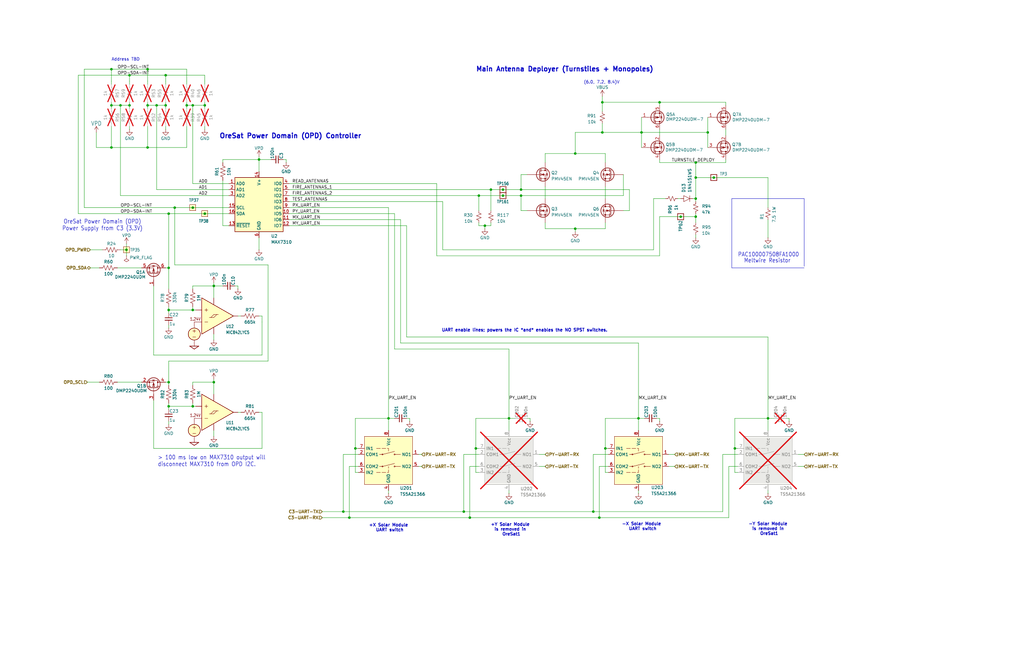
<source format=kicad_sch>
(kicad_sch (version 20250114) (generator "eeschema") (generator_version "9.0")
  (paper "B")
  (title_block (title "OreSat1 -Z End Card") (date "2026-02-18") (rev "v1.3") (company "Portland State Aerospace Society"))
  (text "-Y Solar Module \nis removed in \nOreSat1" (at 324.358 223.266 0) (effects (font (size 1.27 1.27) (thickness 0.254) (bold yes))))
  (text "UART enable lines; powers the IC *and* enables the NO SPST switches." (at 221.234 139.446 0) (effects (font (size 1.27 1.27) (thickness 0.254) (bold yes))))
  (text "(6.0, 7.2, 8.4)V" (at 246.126 35.56 0) (effects (font (size 1.27 1.27)) (justify left bottom)))
  (text "Main Antenna Deployer (Turnstiles + Monopoles)" (at 200.66 30.48 0) (effects (font (size 2 2) (thickness 0.4) (bold yes)) (justify left bottom)))
  (text "Meltwire Resistor" (at 313.69 111.125 0) (effects (font (size 1.778 1.5113)) (justify left bottom)))
  (text "+Y Solar Module \nis removed in \nOreSat1" (at 215.646 223.52 0) (effects (font (size 1.27 1.27) (thickness 0.254) (bold yes))))
  (text "-X Solar Module \nUART switch" (at 271.018 222.25 0) (effects (font (size 1.27 1.27) (thickness 0.254) (bold yes))))
  (text "OreSat Power Domain (OPD)\nPower Supply from C3 (3.3V)" (at 43.18 97.536 0) (effects (font (size 1.778 1.5113)) (justify bottom)))
  (text "OreSat Power Domain (OPD) Controller" (at 92.456 58.674 0) (effects (font (size 2 2) (thickness 0.4) (bold yes)) (justify left bottom)))
  (text "> 100 ms low on MAX7310 output will\ndisconnect MAX7310 from OPD I2C." (at 66.548 197.104 0) (effects (font (size 1.778 1.5113)) (justify left bottom)))
  (text "Address TBD" (at 46.99 25.908 0) (effects (font (size 1.27 1.27)) (justify left bottom)))
  (text "+X Solar Module \nUART switch" (at 164.338 222.758 0) (effects (font (size 1.27 1.27) (thickness 0.254) (bold yes))))
  (text "PAC100007508FA1000" (at 311.15 108.585 0) (effects (font (size 1.778 1.5113)) (justify left bottom)))
  (junction (at 278.13 43.18))
  (junction (at 66.04 44.45))
  (junction (at 323.85 176.53))
  (junction (at 293.37 83.82))
  (junction (at 50.8 44.45))
  (junction (at 269.24 176.53))
  (junction (at 54.61 31.75))
  (junction (at 200.66 189.23))
  (junction (at 81.28 44.45))
  (junction (at 309.88 189.23))
  (junction (at 90.17 161.29))
  (junction (at 71.12 171.45))
  (junction (at 71.12 161.29))
  (junction (at 270.51 55.88))
  (junction (at 293.37 74.93))
  (junction (at 62.23 44.45))
  (junction (at 212.09 80.01))
  (junction (at 54.61 44.45))
  (junction (at 254 43.18))
  (junction (at 254 55.88))
  (junction (at 300.99 74.93))
  (junction (at 149.86 189.23))
  (junction (at 250.19 215.9))
  (junction (at 201.93 82.55))
  (junction (at 298.45 55.88))
  (junction (at 46.99 29.21))
  (junction (at 147.32 218.44))
  (junction (at 144.78 215.9))
  (junction (at 62.23 62.23))
  (junction (at 90.17 120.65))
  (junction (at 69.85 44.45))
  (junction (at 73.66 87.63))
  (junction (at 214.63 176.53))
  (junction (at 219.71 80.01))
  (junction (at 242.57 96.52))
  (junction (at 242.57 64.77))
  (junction (at 81.28 171.45))
  (junction (at 287.02 91.44))
  (junction (at 212.09 82.55))
  (junction (at 86.36 44.45))
  (junction (at 255.27 189.23))
  (junction (at 46.99 62.23))
  (junction (at 293.37 91.44))
  (junction (at 78.74 44.45))
  (junction (at 252.73 218.44))
  (junction (at 163.83 176.53))
  (junction (at 53.34 105.41))
  (junction (at 195.58 215.9))
  (junction (at 109.22 67.31))
  (junction (at 71.12 130.81))
  (junction (at 81.28 87.63))
  (junction (at 207.01 80.01))
  (junction (at 46.99 44.45))
  (junction (at 71.12 113.03))
  (junction (at 86.36 90.17))
  (junction (at 69.85 31.75))
  (junction (at 204.47 95.25))
  (junction (at 219.71 82.55))
  (junction (at 62.23 29.21))
  (junction (at 81.28 130.81))
  (junction (at 71.12 90.17))
  (junction (at 198.12 218.44))
  (junction (at 293.37 68.58))
  (wire (pts (xy 255.27 199.39) (xy 255.27 189.23)))
  (wire (pts (xy 81.28 87.63) (xy 96.52 87.63)) (stroke (width 0.1524)))
  (wire (pts (xy 171.45 176.53) (xy 172.72 176.53)))
  (wire (pts (xy 326.39 176.53) (xy 323.85 176.53)))
  (wire (pts (xy 50.8 82.55) (xy 50.8 44.45)) (stroke (width 0.1524)))
  (wire (pts (xy 256.54 191.77) (xy 250.19 191.77)))
  (wire (pts (xy 254 52.07) (xy 254 55.88)))
  (wire (pts (xy 242.57 55.88) (xy 242.57 64.77)))
  (wire (pts (xy 198.12 218.44) (xy 252.73 218.44)))
  (wire (pts (xy 71.12 113.03) (xy 71.12 121.92)) (stroke (width 0.1524)))
  (wire (pts (xy 110.49 133.35) (xy 110.49 135.89)))
  (wire (pts (xy 149.86 199.39) (xy 149.86 189.23)))
  (wire (pts (xy 149.86 189.23) (xy 151.13 189.23)))
  (wire (pts (xy 90.17 161.29) (xy 90.17 160.02)) (stroke (width 0.1524)))
  (wire (pts (xy 151.13 199.39) (xy 149.86 199.39)))
  (wire (pts (xy 207.01 80.01) (xy 207.01 88.9)))
  (wire (pts (xy 101.6 133.35) (xy 100.33 133.35)) (stroke (width 0.1524)))
  (wire (pts (xy 172.72 176.53) (xy 172.72 177.8)))
  (wire (pts (xy 78.74 34.29) (xy 78.74 35.56)))
  (wire (pts (xy 300.99 74.93) (xy 323.85 74.93)))
  (wire (pts (xy 54.61 43.18) (xy 54.61 44.45)))
  (wire (pts (xy 90.17 119.38) (xy 90.17 120.65)) (stroke (width 0.1524)))
  (wire (pts (xy 135.89 215.9) (xy 144.78 215.9)))
  (wire (pts (xy 86.36 90.17) (xy 71.12 90.17)) (stroke (width 0.1524)))
  (wire (pts (xy 73.66 87.63) (xy 81.28 87.63)) (stroke (width 0.1524)))
  (wire (pts (xy 250.19 191.77) (xy 250.19 215.9)))
  (wire (pts (xy 229.87 64.77) (xy 242.57 64.77)))
  (wire (pts (xy 323.85 176.53) (xy 323.85 181.61)))
  (wire (pts (xy 223.52 176.53) (xy 223.52 177.8)))
  (wire (pts (xy 71.12 130.81) (xy 81.28 130.81)) (stroke (width 0.1524)))
  (wire (pts (xy 69.85 44.45) (xy 69.85 45.72)))
  (wire (pts (xy 101.6 173.99) (xy 100.33 173.99)))
  (wire (pts (xy 53.34 105.41) (xy 53.34 102.87)) (stroke (width 0.1524)))
  (wire (pts (xy 227.33 191.77) (xy 229.87 191.77)))
  (wire (pts (xy 195.58 215.9) (xy 250.19 215.9)))
  (wire (pts (xy 207.01 80.01) (xy 212.09 80.01)))
  (wire (pts (xy 144.78 215.9) (xy 195.58 215.9)))
  (wire (pts (xy 306.07 54.61) (xy 306.07 57.15)))
  (wire (pts (xy 163.83 207.01) (xy 163.83 208.28)))
  (wire (pts (xy 229.87 93.98) (xy 229.87 96.52)))
  (wire (pts (xy 71.12 161.29) (xy 71.12 152.4)) (stroke (width 0.1524)))
  (wire (pts (xy 293.37 68.58) (xy 278.13 68.58)))
  (wire (pts (xy 35.56 29.21) (xy 46.99 29.21)) (stroke (width 0.1524)))
  (wire (pts (xy 121.92 87.63) (xy 163.83 87.63)))
  (wire (pts (xy 222.25 176.53) (xy 223.52 176.53)))
  (wire (pts (xy 254 55.88) (xy 270.51 55.88)))
  (wire (pts (xy 49.53 161.29) (xy 59.69 161.29)) (stroke (width 0.1524)))
  (wire (pts (xy 336.55 191.77) (xy 339.09 191.77)))
  (wire (pts (xy 90.17 166.37) (xy 90.17 161.29)) (stroke (width 0.1524)))
  (wire (pts (xy 109.22 66.04) (xy 109.22 67.31)) (stroke (width 0.1524)))
  (wire (pts (xy 252.73 196.85) (xy 252.73 218.44)))
  (wire (pts (xy 311.15 199.39) (xy 309.88 199.39)))
  (wire (pts (xy 71.12 90.17) (xy 71.12 113.03)) (stroke (width 0.1524)))
  (wire (pts (xy 81.28 44.45) (xy 78.74 44.45)) (stroke (width 0.1524)))
  (wire (pts (xy 71.12 172.72) (xy 71.12 171.45)) (stroke (width 0.1524)))
  (polyline (pts (xy 308.61 83.82) (xy 339.09 83.82)))
  (wire (pts (xy 255.27 176.53) (xy 255.27 189.23)))
  (wire (pts (xy 81.28 162.56) (xy 81.28 161.29)) (stroke (width 0.1524)))
  (wire (pts (xy 71.12 161.29) (xy 69.85 161.29)) (stroke (width 0.1524)))
  (wire (pts (xy 113.03 111.76) (xy 73.66 111.76)) (stroke (width 0.1524)))
  (wire (pts (xy 227.33 196.85) (xy 229.87 196.85)))
  (wire (pts (xy 204.47 95.25) (xy 207.01 95.25)))
  (wire (pts (xy 35.56 87.63) (xy 73.66 87.63)) (stroke (width 0.1524)))
  (wire (pts (xy 54.61 34.29) (xy 54.61 35.56)))
  (wire (pts (xy 229.87 96.52) (xy 242.57 96.52)))
  (wire (pts (xy 54.61 31.75) (xy 69.85 31.75)) (stroke (width 0.1524)))
  (wire (pts (xy 306.07 67.31) (xy 306.07 68.58)))
  (wire (pts (xy 298.45 55.88) (xy 298.45 62.23)))
  (wire (pts (xy 71.12 130.81) (xy 71.12 132.08)) (stroke (width 0.1524)))
  (wire (pts (xy 93.98 67.31) (xy 93.98 68.58)))
  (wire (pts (xy 62.23 34.29) (xy 62.23 29.21)) (stroke (width 0.1524)))
  (wire (pts (xy 293.37 83.82) (xy 293.37 74.93)))
  (wire (pts (xy 278.13 54.61) (xy 278.13 57.15)))
  (wire (pts (xy 271.78 176.53) (xy 269.24 176.53)))
  (wire (pts (xy 121.92 90.17) (xy 166.37 90.17)))
  (wire (pts (xy 219.71 80.01) (xy 219.71 73.66)))
  (wire (pts (xy 86.36 43.18) (xy 86.36 44.45)))
  (wire (pts (xy 198.12 196.85) (xy 198.12 218.44)))
  (wire (pts (xy 71.12 162.56) (xy 71.12 161.29)) (stroke (width 0.1524)))
  (wire (pts (xy 176.53 196.85) (xy 177.8 196.85)))
  (wire (pts (xy 265.43 88.9) (xy 262.89 88.9)))
  (wire (pts (xy 33.02 90.17) (xy 33.02 31.75)) (stroke (width 0.1524)))
  (wire (pts (xy 219.71 88.9) (xy 219.71 82.55)))
  (wire (pts (xy 229.87 68.58) (xy 229.87 64.77)))
  (wire (pts (xy 86.36 53.34) (xy 86.36 54.61)))
  (wire (pts (xy 214.63 207.01) (xy 214.63 208.28)))
  (wire (pts (xy 49.53 113.03) (xy 59.69 113.03)) (stroke (width 0.1524)))
  (wire (pts (xy 323.85 207.01) (xy 323.85 208.28)))
  (wire (pts (xy 110.49 135.89) (xy 110.49 149.86)) (stroke (width 0.1524)))
  (wire (pts (xy 64.77 189.23) (xy 110.49 189.23)) (stroke (width 0.1524)))
  (wire (pts (xy 38.1 113.03) (xy 41.91 113.03)))
  (wire (pts (xy 38.1 105.41) (xy 43.18 105.41)))
  (wire (pts (xy 109.22 67.31) (xy 109.22 72.39)))
  (wire (pts (xy 53.34 105.41) (xy 53.34 107.95)))
  (wire (pts (xy 269.24 176.53) (xy 269.24 181.61)))
  (wire (pts (xy 254 43.18) (xy 254 46.99)))
  (wire (pts (xy 242.57 55.88) (xy 254 55.88)))
  (wire (pts (xy 207.01 95.25) (xy 207.01 93.98)))
  (wire (pts (xy 163.83 176.53) (xy 166.37 176.53)))
  (wire (pts (xy 219.71 82.55) (xy 262.89 82.55)))
  (wire (pts (xy 121.92 82.55) (xy 201.93 82.55)))
  (wire (pts (xy 90.17 120.65) (xy 93.98 120.65)))
  (wire (pts (xy 214.63 176.53) (xy 214.63 181.61)))
  (wire (pts (xy 204.47 96.52) (xy 204.47 95.25)))
  (wire (pts (xy 109.22 100.33) (xy 109.22 105.41)) (stroke (width 0.1524)))
  (wire (pts (xy 69.85 53.34) (xy 69.85 54.61)))
  (wire (pts (xy 201.93 93.98) (xy 201.93 95.25)))
  (wire (pts (xy 149.86 189.23) (xy 149.86 176.53)))
  (wire (pts (xy 96.52 80.01) (xy 66.04 80.01)) (stroke (width 0.1524)))
  (wire (pts (xy 184.15 77.47) (xy 184.15 107.95)))
  (wire (pts (xy 269.24 144.78) (xy 269.24 176.53)))
  (wire (pts (xy 278.13 91.44) (xy 287.02 91.44)))
  (wire (pts (xy 81.28 120.65) (xy 81.28 121.92)))
  (wire (pts (xy 201.93 196.85) (xy 198.12 196.85)))
  (wire (pts (xy 323.85 92.71) (xy 323.85 100.33)))
  (wire (pts (xy 163.83 176.53) (xy 163.83 181.61)))
  (wire (pts (xy 219.71 73.66) (xy 222.25 73.66)))
  (wire (pts (xy 96.52 90.17) (xy 86.36 90.17)) (stroke (width 0.1524)))
  (wire (pts (xy 269.24 176.53) (xy 255.27 176.53)))
  (wire (pts (xy 62.23 62.23) (xy 78.74 62.23)) (stroke (width 0.1524)))
  (wire (pts (xy 255.27 64.77) (xy 255.27 68.58)))
  (wire (pts (xy 147.32 218.44) (xy 147.32 196.85)))
  (wire (pts (xy 120.65 68.58) (xy 120.65 67.31)) (stroke (width 0.1524)))
  (wire (pts (xy 278.13 43.18) (xy 278.13 44.45)))
  (wire (pts (xy 110.49 173.99) (xy 109.22 173.99)) (stroke (width 0.1524)))
  (wire (pts (xy 78.74 44.45) (xy 78.74 45.72)))
  (wire (pts (xy 90.17 120.65) (xy 90.17 125.73)) (stroke (width 0.1524)))
  (wire (pts (xy 64.77 168.91) (xy 64.77 189.23)))
  (wire (pts (xy 69.85 43.18) (xy 69.85 44.45)))
  (wire (pts (xy 200.66 176.53) (xy 200.66 189.23)))
  (wire (pts (xy 54.61 34.29) (xy 54.61 31.75)) (stroke (width 0.1524)))
  (wire (pts (xy 46.99 53.34) (xy 46.99 62.23)) (stroke (width 0.1524)))
  (wire (pts (xy 110.49 173.99) (xy 110.49 189.23)) (stroke (width 0.1524)))
  (wire (pts (xy 78.74 43.18) (xy 78.74 44.45)))
  (wire (pts (xy 46.99 34.29) (xy 46.99 29.21)) (stroke (width 0.1524)))
  (wire (pts (xy 71.12 129.54) (xy 71.12 130.81)) (stroke (width 0.1524)))
  (wire (pts (xy 54.61 44.45) (xy 54.61 45.72)))
  (wire (pts (xy 256.54 199.39) (xy 255.27 199.39)))
  (wire (pts (xy 144.78 191.77) (xy 151.13 191.77)))
  (wire (pts (xy 255.27 78.74) (xy 255.27 83.82)))
  (wire (pts (xy 270.51 55.88) (xy 270.51 49.53)))
  (wire (pts (xy 278.13 107.95) (xy 278.13 91.44)))
  (wire (pts (xy 254 40.64) (xy 254 43.18)))
  (wire (pts (xy 201.93 82.55) (xy 201.93 88.9)))
  (wire (pts (xy 278.13 43.18) (xy 306.07 43.18)))
  (wire (pts (xy 242.57 64.77) (xy 255.27 64.77)))
  (wire (pts (xy 200.66 189.23) (xy 201.93 189.23)))
  (wire (pts (xy 86.36 34.29) (xy 86.36 35.56)))
  (wire (pts (xy 201.93 199.39) (xy 200.66 199.39)))
  (wire (pts (xy 265.43 80.01) (xy 265.43 88.9)))
  (wire (pts (xy 201.93 95.25) (xy 204.47 95.25)))
  (wire (pts (xy 71.12 90.17) (xy 33.02 90.17)) (stroke (width 0.1524)))
  (wire (pts (xy 212.09 82.55) (xy 219.71 82.55)))
  (wire (pts (xy 69.85 34.29) (xy 69.85 35.56)))
  (wire (pts (xy 293.37 83.82) (xy 293.37 85.09)))
  (wire (pts (xy 323.85 142.24) (xy 323.85 176.53)))
  (wire (pts (xy 86.36 44.45) (xy 81.28 44.45)) (stroke (width 0.1524)))
  (wire (pts (xy 50.8 105.41) (xy 53.34 105.41)) (stroke (width 0.1524)))
  (wire (pts (xy 78.74 62.23) (xy 78.74 54.61)) (stroke (width 0.1524)))
  (wire (pts (xy 186.69 85.09) (xy 186.69 105.41)))
  (wire (pts (xy 201.93 82.55) (xy 212.09 82.55)))
  (wire (pts (xy 168.91 144.78) (xy 168.91 92.71)))
  (wire (pts (xy 147.32 218.44) (xy 198.12 218.44)))
  (wire (pts (xy 219.71 80.01) (xy 265.43 80.01)))
  (wire (pts (xy 121.92 80.01) (xy 207.01 80.01)))
  (wire (pts (xy 33.02 31.75) (xy 54.61 31.75)) (stroke (width 0.1524)))
  (wire (pts (xy 120.65 67.31) (xy 119.38 67.31)) (stroke (width 0.1524)))
  (wire (pts (xy 46.99 62.23) (xy 62.23 62.23)) (stroke (width 0.1524)))
  (wire (pts (xy 309.88 189.23) (xy 309.88 176.53)))
  (wire (pts (xy 176.53 191.77) (xy 177.8 191.77)))
  (wire (pts (xy 50.8 44.45) (xy 46.99 44.45)) (stroke (width 0.1524)))
  (wire (pts (xy 293.37 100.33) (xy 293.37 99.06)))
  (wire (pts (xy 78.74 34.29) (xy 78.74 29.21)) (stroke (width 0.1524)))
  (wire (pts (xy 66.04 44.45) (xy 62.23 44.45)) (stroke (width 0.1524)))
  (wire (pts (xy 64.77 149.86) (xy 110.49 149.86)) (stroke (width 0.1524)))
  (wire (pts (xy 121.92 77.47) (xy 184.15 77.47)))
  (wire (pts (xy 309.88 189.23) (xy 311.15 189.23)))
  (wire (pts (xy 168.91 92.71) (xy 121.92 92.71)))
  (wire (pts (xy 275.59 83.82) (xy 280.67 83.82)))
  (wire (pts (xy 212.09 80.01) (xy 219.71 80.01)))
  (wire (pts (xy 81.28 171.45) (xy 82.55 171.45)) (stroke (width 0.1524)))
  (wire (pts (xy 99.06 120.65) (xy 100.33 120.65)))
  (wire (pts (xy 121.92 95.25) (xy 171.45 95.25)))
  (wire (pts (xy 255.27 96.52) (xy 255.27 93.98)))
  (wire (pts (xy 306.07 43.18) (xy 306.07 44.45)))
  (wire (pts (xy 71.12 171.45) (xy 81.28 171.45)) (stroke (width 0.1524)))
  (wire (pts (xy 71.12 170.18) (xy 71.12 171.45)) (stroke (width 0.1524)))
  (wire (pts (xy 171.45 95.25) (xy 171.45 142.24)))
  (wire (pts (xy 109.22 133.35) (xy 110.49 133.35)))
  (wire (pts (xy 219.71 88.9) (xy 222.25 88.9)))
  (wire (pts (xy 96.52 95.25) (xy 93.98 95.25)) (stroke (width 0.1524)))
  (wire (pts (xy 40.64 55.88) (xy 40.64 62.23)))
  (wire (pts (xy 285.75 83.82) (xy 287.02 83.82)))
  (wire (pts (xy 336.55 196.85) (xy 339.09 196.85)))
  (wire (pts (xy 64.77 120.65) (xy 64.77 149.86)))
  (wire (pts (xy 163.83 87.63) (xy 163.83 176.53)))
  (wire (pts (xy 149.86 176.53) (xy 163.83 176.53)))
  (wire (pts (xy 255.27 189.23) (xy 256.54 189.23)))
  (wire (pts (xy 262.89 82.55) (xy 262.89 73.66)))
  (wire (pts (xy 200.66 199.39) (xy 200.66 189.23)))
  (wire (pts (xy 40.64 62.23) (xy 46.99 62.23)))
  (wire (pts (xy 214.63 176.53) (xy 200.66 176.53)))
  (wire (pts (xy 275.59 83.82) (xy 275.59 105.41)))
  (wire (pts (xy 171.45 142.24) (xy 323.85 142.24)))
  (wire (pts (xy 71.12 152.4) (xy 113.03 152.4)) (stroke (width 0.1524)))
  (wire (pts (xy 307.34 196.85) (xy 307.34 218.44)))
  (wire (pts (xy 62.23 53.34) (xy 62.23 62.23)) (stroke (width 0.1524)))
  (wire (pts (xy 54.61 44.45) (xy 50.8 44.45)) (stroke (width 0.1524)))
  (wire (pts (xy 69.85 44.45) (xy 66.04 44.45)) (stroke (width 0.1524)))
  (wire (pts (xy 109.22 67.31) (xy 114.3 67.31)) (stroke (width 0.1524)))
  (wire (pts (xy 71.12 137.16) (xy 71.12 138.43)))
  (polyline (pts (xy 308.61 113.03) (xy 308.61 83.82)))
  (wire (pts (xy 135.89 218.44) (xy 147.32 218.44)))
  (wire (pts (xy 46.99 34.29) (xy 46.99 35.56)))
  (wire (pts (xy 293.37 91.44) (xy 293.37 93.98)))
  (wire (pts (xy 276.86 176.53) (xy 278.13 176.53)))
  (wire (pts (xy 293.37 74.93) (xy 293.37 68.58)))
  (wire (pts (xy 81.28 130.81) (xy 82.55 130.81)) (stroke (width 0.1524)))
  (wire (pts (xy 278.13 68.58) (xy 278.13 67.31)))
  (wire (pts (xy 81.28 170.18) (xy 81.28 171.45)) (stroke (width 0.1524)))
  (wire (pts (xy 270.51 55.88) (xy 270.51 62.23)))
  (wire (pts (xy 242.57 96.52) (xy 255.27 96.52)))
  (wire (pts (xy 214.63 176.53) (xy 217.17 176.53)))
  (wire (pts (xy 62.23 34.29) (xy 62.23 35.56)))
  (wire (pts (xy 62.23 29.21) (xy 78.74 29.21)) (stroke (width 0.1524)))
  (wire (pts (xy 78.74 53.34) (xy 78.74 54.61)))
  (wire (pts (xy 35.56 87.63) (xy 35.56 29.21)) (stroke (width 0.1524)))
  (wire (pts (xy 195.58 191.77) (xy 195.58 215.9)))
  (wire (pts (xy 186.69 105.41) (xy 275.59 105.41)))
  (wire (pts (xy 229.87 78.74) (xy 229.87 83.82)))
  (wire (pts (xy 250.19 215.9) (xy 304.8 215.9)))
  (wire (pts (xy 50.8 82.55) (xy 96.52 82.55)) (stroke (width 0.1524)))
  (wire (pts (xy 90.17 161.29) (xy 81.28 161.29)) (stroke (width 0.1524)))
  (wire (pts (xy 71.12 177.8) (xy 71.12 179.07)))
  (wire (pts (xy 254 43.18) (xy 278.13 43.18)))
  (wire (pts (xy 300.99 74.93) (xy 293.37 74.93)))
  (wire (pts (xy 269.24 207.01) (xy 269.24 208.28)))
  (wire (pts (xy 144.78 215.9) (xy 144.78 191.77)))
  (wire (pts (xy 287.02 91.44) (xy 293.37 91.44)))
  (wire (pts (xy 168.91 144.78) (xy 269.24 144.78)))
  (wire (pts (xy 293.37 90.17) (xy 293.37 91.44)))
  (wire (pts (xy 90.17 120.65) (xy 81.28 120.65)) (stroke (width 0.1524)))
  (wire (pts (xy 69.85 113.03) (xy 71.12 113.03)) (stroke (width 0.1524)))
  (polyline (pts (xy 339.09 113.03) (xy 308.61 113.03)))
  (wire (pts (xy 147.32 196.85) (xy 151.13 196.85)))
  (wire (pts (xy 252.73 218.44) (xy 307.34 218.44)))
  (wire (pts (xy 278.13 176.53) (xy 278.13 177.8)))
  (wire (pts (xy 86.36 44.45) (xy 86.36 45.72)))
  (wire (pts (xy 69.85 34.29) (xy 69.85 31.75)) (stroke (width 0.1524)))
  (wire (pts (xy 86.36 31.75) (xy 86.36 34.29)) (stroke (width 0.1524)))
  (wire (pts (xy 93.98 76.2) (xy 93.98 95.25)) (stroke (width 0.1524)))
  (wire (pts (xy 90.17 181.61) (xy 90.17 184.15)) (stroke (width 0.1524)))
  (polyline (pts (xy 339.09 83.82) (xy 339.09 112.395)))
  (wire (pts (xy 270.51 55.88) (xy 298.45 55.88)))
  (wire (pts (xy 298.45 49.53) (xy 298.45 55.88)))
  (wire (pts (xy 93.98 67.31) (xy 109.22 67.31)) (stroke (width 0.1524)))
  (wire (pts (xy 73.66 111.76) (xy 73.66 87.63)) (stroke (width 0.1524)))
  (wire (pts (xy 214.63 147.32) (xy 214.63 176.53)))
  (wire (pts (xy 201.93 191.77) (xy 195.58 191.77)))
  (wire (pts (xy 331.47 176.53) (xy 332.74 176.53)))
  (wire (pts (xy 166.37 147.32) (xy 214.63 147.32)))
  (wire (pts (xy 81.28 77.47) (xy 81.28 44.45)) (stroke (width 0.1524)))
  (wire (pts (xy 256.54 196.85) (xy 252.73 196.85)))
  (wire (pts (xy 96.52 77.47) (xy 81.28 77.47)) (stroke (width 0.1524)))
  (wire (pts (xy 311.15 191.77) (xy 304.8 191.77)))
  (wire (pts (xy 311.15 196.85) (xy 307.34 196.85)))
  (wire (pts (xy 90.17 140.97) (xy 90.17 143.51)) (stroke (width 0.1524)))
  (wire (pts (xy 36.83 161.29) (xy 41.91 161.29)))
  (wire (pts (xy 46.99 43.18) (xy 46.99 44.45)))
  (wire (pts (xy 184.15 107.95) (xy 278.13 107.95)))
  (wire (pts (xy 166.37 90.17) (xy 166.37 147.32)))
  (wire (pts (xy 81.28 129.54) (xy 81.28 130.81)) (stroke (width 0.1524)))
  (wire (pts (xy 309.88 199.39) (xy 309.88 189.23)))
  (wire (pts (xy 100.33 120.65) (xy 100.33 121.92)))
  (wire (pts (xy 281.94 196.85) (xy 284.48 196.85)))
  (wire (pts (xy 66.04 80.01) (xy 66.04 44.45)) (stroke (width 0.1524)))
  (wire (pts (xy 281.94 191.77) (xy 284.48 191.77)))
  (wire (pts (xy 292.1 83.82) (xy 293.37 83.82)))
  (wire (pts (xy 309.88 176.53) (xy 323.85 176.53)))
  (wire (pts (xy 242.57 97.79) (xy 242.57 96.52)))
  (wire (pts (xy 113.03 152.4) (xy 113.03 111.76)) (stroke (width 0.1524)))
  (wire (pts (xy 69.85 31.75) (xy 86.36 31.75)) (stroke (width 0.1524)))
  (wire (pts (xy 62.23 44.45) (xy 62.23 45.72)))
  (wire (pts (xy 46.99 29.21) (xy 62.23 29.21)) (stroke (width 0.1524)))
  (wire (pts (xy 306.07 68.58) (xy 293.37 68.58)))
  (wire (pts (xy 121.92 85.09) (xy 186.69 85.09)))
  (wire (pts (xy 54.61 53.34) (xy 54.61 54.61)))
  (wire (pts (xy 323.85 74.93) (xy 323.85 87.63)))
  (wire (pts (xy 62.23 43.18) (xy 62.23 44.45)))
  (wire (pts (xy 304.8 191.77) (xy 304.8 215.9)))
  (wire (pts (xy 332.74 176.53) (xy 332.74 177.8)))
  (wire (pts (xy 46.99 44.45) (xy 46.99 45.72)))
  (label "MY_UART_EN" (at 123.19 95.25 0) (effects (font (thickness 0.1588))))
  (label "TURNSTILE_DEPLOY" (at 283.21 68.58 0))
  (label "MX_UART_EN" (at 123.19 92.71 0) (effects (font (thickness 0.1588))))
  (label "OPD-SCL-INT" (at 49.53 29.21 0) (effects (font (size 1.2446 1.2446))))
  (label "TEST_ANTENNAS" (at 123.19 85.09 0))
  (label "PX_UART_EN" (at 163.83 168.91 0) (effects (font (thickness 0.1588))))
  (label "FIRE_ANTENNAS_2" (at 123.19 82.55 0))
  (label "MY_UART_EN" (at 323.85 168.91 0) (effects (font (thickness 0.1588))))
  (label "PY_UART_EN" (at 214.63 168.91 0) (effects (font (thickness 0.1588))))
  (label "OPD-SCL-INT" (at 50.8 87.63 0) (effects (font (size 1.2446 1.2446))))
  (label "PX_UART_EN" (at 123.19 87.63 0) (effects (font (thickness 0.1588))))
  (label "OPD-SDA-INT" (at 49.53 31.75 0) (effects (font (size 1.2446 1.2446))))
  (label "AD2" (at 83.82 82.55 0) (effects (font (size 1.2446 1.2446))))
  (label "READ_ANTENNAS" (at 123.19 77.47 0))
  (label "AD0" (at 83.82 77.47 0) (effects (font (size 1.2446 1.2446))))
  (label "MX_UART_EN" (at 269.24 168.91 0) (effects (font (thickness 0.1588))))
  (label "FIRE_ANTENNAS_1" (at 123.19 80.01 0))
  (label "OPD-SDA-INT" (at 50.8 90.17 0) (effects (font (size 1.2446 1.2446))))
  (label "AD1" (at 83.82 80.01 0) (effects (font (size 1.2446 1.2446))))
  (label "PY_UART_EN" (at 123.19 90.17 0) (effects (font (thickness 0.1588))))
  (hierarchical_label "MX-UART-RX" (shape input) (at 284.48 191.77 0) (effects (font (thickness 0.254) (bold yes))))
  (hierarchical_label "C3-UART-RX" (shape input) (at 135.89 218.44 180) (effects (font (thickness 0.254) (bold yes))))
  (hierarchical_label "C3-UART-TX" (shape input) (at 135.89 215.9 180) (effects (font (thickness 0.254) (bold yes))))
  (hierarchical_label "MY-UART-TX" (shape input) (at 339.09 196.85 0) (effects (font (thickness 0.254) (bold yes))))
  (hierarchical_label "PY-UART-RX" (shape input) (at 229.87 191.77 0) (effects (font (thickness 0.254) (bold yes))))
  (hierarchical_label "MX-UART-TX" (shape input) (at 284.48 196.85 0) (effects (font (thickness 0.254) (bold yes))))
  (hierarchical_label "OPD_SCL" (shape input) (at 36.83 161.29 180) (effects (font (thickness 0.254) (bold yes))))
  (hierarchical_label "MY-UART-RX" (shape input) (at 339.09 191.77 0) (effects (font (thickness 0.254) (bold yes))))
  (hierarchical_label "OPD_SDA" (shape bidirectional) (at 38.1 113.03 180) (effects (font (thickness 0.254) (bold yes))))
  (hierarchical_label "PY-UART-TX" (shape input) (at 229.87 196.85 0) (effects (font (thickness 0.254) (bold yes))))
  (hierarchical_label "PX-UART-TX" (shape input) (at 177.8 196.85 0) (effects (font (thickness 0.254) (bold yes))))
  (hierarchical_label "OPD_PWR" (shape input) (at 38.1 105.41 180) (effects (font (thickness 0.254) (bold yes))))
  (hierarchical_label "PX-UART-RX" (shape input) (at 177.8 191.77 0) (effects (font (thickness 0.254) (bold yes))))
  (symbol (lib_id "power:GND") (at 323.85 100.33 0) (mirror y) (unit 1)
    (property "Reference" "#PWR3" (effects (hide yes)))
    (property "Value" "GND" (at 323.85 104.14 0))
    (property "Description" "Power symbol creates a global label with name \"GND\" , ground" (effects (hide yes)))
  )
  (symbol (lib_id "oresat-ics:MIC842LYC5") (at 90.17 173.99 0) (unit 1)
    (property "Reference" "U11" (at 95.25 179.07 0) (effects (font (size 1.27 1.0795)) (justify left bottom)))
    (property "Value" "MIC842LYC5" (at 95.25 181.61 0) (effects (font (size 1.27 1.0795)) (justify left bottom)))
    (property "Footprint" "Package_TO_SOT_SMD:SOT-353_SC-70-5" (effects (hide yes)))
    (property "Datasheet" "https://ww1.microchip.com/downloads/aemDocuments/documents/OTH/ProductDocuments/DataSheets/20005758A.pdf" (effects (hide yes)))
    (property "Description" "Comparator with Voltage Reference Push-Pull SC-70-5" (effects (hide yes)))
    (property "DIS" "DigiKey" (effects (hide yes)))
    (property "DPN" "576-2927-1-ND" (effects (hide yes)))
    (property "MFR" "Microchip" (effects (hide yes)))
    (property "MPN" "MIC842LYC5-TR" (effects (hide yes)))
  )
  (symbol (lib_id "Transistor_FET:Q_Dual_PMOS_G1S2G2D2S1D1") (at 275.59 49.53 0) (mirror x) (unit 1)
    (property "Reference" "Q5" (at 284.734 49.022 0) (effects (justify right top)))
    (property "Value" "DMP2240UDM-7" (at 296.672 51.054 0) (effects (justify right top)))
    (property "Footprint" "Package_TO_SOT_SMD:SOT-23-6" (effects (hide yes)))
    (property "Datasheet" "https://www.diodes.com/assets/Datasheets/ds31197.pdf" (effects (hide yes)))
    (property "Description" "Mosfet Array 20V 2A 600mW Surface Mount SOT-26" (effects (hide yes)))
    (property "DIS" "DigiKey" (effects (hide yes)))
    (property "DPN" "DMP2240UDMDICT-ND" (effects (hide yes)))
    (property "MFR" "Diodes Inc" (effects (hide yes)))
    (property "MPN" "DMP2240UDM" (effects (hide yes)))
  )
  (symbol (lib_id "Device:R_US") (at 105.41 173.99 90) (unit 1)
    (property "Reference" "R81" (at 105.41 171.45 90))
    (property "Value" "665k" (at 105.41 176.53 90))
    (property "Footprint" "oresat-passives:0603-C-NOSILK" (effects (hide yes)))
    (property "Datasheet" "https://www.seielect.com/catalog/SEI-RMCF_RMCP.pdf" (effects (hide yes)))
    (property "Description" "665 kOhms ±1% 0.1W, 1/10W Chip Resistor 0603 (1608 Metric) Automotive AEC-Q200 Thick Film" (effects (hide yes)))
    (property "DIS" "DigiKey" (effects (hide yes)))
    (property "DPN" "RMCF0603FT665KCT-ND" (effects (hide yes)))
    (property "MFR" "Stackpole Electronics" (effects (hide yes)))
    (property "MPN" "RMCF0603FT665K" (effects (hide yes)))
  )
  (symbol (lib_id "oresat-power:VPD") (at 109.22 66.04 0) (unit 1)
    (property "Reference" "#VPD07" (effects (hide yes)))
    (property "Value" "VPD" (at 109.22 63.246 0) (effects (justify bottom)))
  )
  (symbol (lib_id "Device:C_Small") (at 71.12 175.26 0) (unit 1)
    (property "Reference" "C23" (at 71.374 173.482 0) (effects (justify left)))
    (property "Value" "1u" (at 71.374 177.292 0) (effects (justify left)))
    (property "Footprint" "oresat-passives:0603-C-NOSILK" (effects (hide yes)))
    (property "Datasheet" "https://search.murata.co.jp/Ceramy/image/img/A01X/G101/ENG/GRT188R71E105KE13-01.pdf" (effects (hide yes)))
    (property "Description" "1 µF ±10% 25V Ceramic Capacitor X7R 0603 (1608 Metric)" (effects (hide yes)))
    (property "DIS" "DigiKey" (effects (hide yes)))
    (property "DPN" "490-GRT188R71E105KE13DCT-ND" (effects (hide yes)))
    (property "MFR" "Murata Electronics" (effects (hide yes)))
    (property "MPN" "GRT188R71E105KE13D" (effects (hide yes)))
  )
  (symbol (lib_id "Device:R_US") (at 71.12 125.73 180) (unit 1)
    (property "Reference" "R78" (at 68.58 125.73 90))
    (property "Value" "330k" (at 73.66 125.476 90))
    (property "Footprint" "oresat-passives:0603-C-NOSILK" (effects (hide yes)))
    (property "Datasheet" "https://www.seielect.com/catalog/SEI-RMCF_RMCP.pdf" (effects (hide yes)))
    (property "Description" "330 kOhms ±1% 0.1W, 1/10W Chip Resistor 0603 (1608 Metric) Automotive AEC-Q200 Thick Film" (effects (hide yes)))
    (property "DIS" "DigiKey" (effects (hide yes)))
    (property "DPN" "RMCF0603FT330KCT-ND" (effects (hide yes)))
    (property "MFR" "Stackpole Electronics" (effects (hide yes)))
    (property "MPN" "RMCF0603FT330K" (effects (hide yes)))
  )
  (symbol (lib_id "oresat-misc:Test-Point-0.75mm-th") (at 81.28 87.63 180) (unit 1) (in_bom no)
    (property "Reference" "TP37" (at 83.82 83.82 0) (effects (font (size 1.27 1.0795)) (justify left bottom)))
    (property "Value" "Test-Point" (effects (hide yes)))
    (property "Footprint" "oresat-misc:TestPoint-0.75mm-th" (effects (hide yes)))
    (property "Description" "0.75 mm TH test point; good for scope probes and jumpers" (effects (hide yes)))
  )
  (symbol (lib_id "oresat-misc:Test-Point-0.75mm-th") (at 53.34 105.41 180) (unit 1) (in_bom no)
    (property "Reference" "TP35" (at 54.864 106.172 0) (effects (font (size 1.27 1.0795)) (justify right top)))
    (property "Value" "Test-Point" (effects (hide yes)))
    (property "Footprint" "oresat-misc:TestPoint-0.75mm-th" (effects (hide yes)))
    (property "Description" "0.75 mm TH test point; good for scope probes and jumpers" (effects (hide yes)))
  )
  (symbol (lib_id "power:GND") (at 278.13 177.8 0) (unit 1)
    (property "Reference" "#PWR203" (effects (hide yes)))
    (property "Value" "GND" (at 278.13 181.61 0))
    (property "Description" "Power symbol creates a global label with name \"GND\" , ground" (effects (hide yes)))
  )
  (symbol (lib_id "Device:R_US") (at 81.28 166.37 180) (unit 1)
    (property "Reference" "R83" (at 78.74 166.37 90))
    (property "Value" "1M" (at 83.82 166.37 90))
    (property "Footprint" "oresat-passives:0603-C-NOSILK" (effects (hide yes)))
    (property "Datasheet" "https://www.seielect.com/catalog/SEI-RMCF_RMCP.pdf" (effects (hide yes)))
    (property "Description" "1 MOhms ±1% 0.1W, 1/10W Chip Resistor 0603 (1608 Metric) Automotive AEC-Q200 Thick Film" (effects (hide yes)))
    (property "DIS" "DigiKey" (effects (hide yes)))
    (property "DPN" "RMCF0603FT1M00CT-ND" (effects (hide yes)))
    (property "MFR" "Stackpole Electronics" (effects (hide yes)))
    (property "MPN" "RMCF0603FT1M00" (effects (hide yes)))
  )
  (symbol (lib_id "power:GND") (at 269.24 208.28 0) (unit 1)
    (property "Reference" "#PWR0207" (effects (hide yes)))
    (property "Value" "GND" (at 269.24 212.09 0))
    (property "Description" "Power symbol creates a global label with name \"GND\" , ground" (effects (hide yes)))
  )
  (symbol (lib_id "power:GND") (at 204.47 96.52 0) (unit 1)
    (property "Reference" "#PWR290" (effects (hide yes)))
    (property "Value" "GND" (at 204.47 100.33 0))
    (property "Description" "Power symbol creates a global label with name \"GND\" , ground" (effects (hide yes)))
  )
  (symbol (lib_name "TS5A21366_1") (lib_id "oresat-ics:TS5A21366") (at 214.63 194.31 0) (unit 1) (dnp yes)
    (property "Reference" "U202" (at 219.456 206.248 0) (effects (justify left)))
    (property "Value" "TS5A21366" (at 219.456 208.788 0) (effects (justify left)))
    (property "Footprint" "Package_SO:VSSOP-8_2.3x2mm_P0.5mm" (effects (hide yes)))
    (property "Datasheet" "https://www.ti.com/lit/ds/symlink/ts5a21366.pdf?ts=1719378502445&ref_url=https%253A%252F%252Fwww.ti.com%252Fproduct%252FTS5A21366%253Fbm-verify%253DAAQAAAAJ_____8Cml7QfglfdfpzACMiKmhlgM6D2P1j0V6NSbKXr_8mpDQxEVEF7WeZYkJ8DP1a7PfdrKpKXtt2NHpCjXrRj-qCw0HLUoA2us7Z2HHWOngmEE-23_cKBi6JWkQO86gU0sboAlAzYh5UoDgS_P8rLHTyLzuMDVn3dJ76goWgnJX1ONgEhjCc2z2aDZq5N0cKp2gwrqratDdWY9fOa1DzfeUFsCIoC7TNuh5Agt2Cf52P6N1AQV8xTcKgE7a_NHLGMzH0A9QuUSMfNV690TelArW7npp-bTlot59Fh8_UN_XR64ueG8uk" (effects (hide yes)))
    (property "Description" "2 Circuit IC Switch 1:1 1Ohm 8-VSSOP" (effects (hide yes)))
    (property "DIS" "DigiKey" (effects (hide yes)))
    (property "DPN" "296-24304-1-ND" (effects (hide yes)))
    (property "MFR" "Texas Instruments" (effects (hide yes)))
    (property "MPN" "TS5A21366DCUR" (effects (hide yes)))
  )
  (symbol (lib_name "TS5A21366_1") (lib_id "oresat-ics:TS5A21366") (at 323.85 194.31 0) (unit 1) (dnp yes)
    (property "Reference" "U204" (at 328.93 205.994 0) (effects (justify left)))
    (property "Value" "TS5A21366" (at 328.93 208.534 0) (effects (justify left)))
    (property "Footprint" "Package_SO:VSSOP-8_2.3x2mm_P0.5mm" (effects (hide yes)))
    (property "Datasheet" "https://www.ti.com/lit/ds/symlink/ts5a21366.pdf?ts=1719378502445&ref_url=https%253A%252F%252Fwww.ti.com%252Fproduct%252FTS5A21366%253Fbm-verify%253DAAQAAAAJ_____8Cml7QfglfdfpzACMiKmhlgM6D2P1j0V6NSbKXr_8mpDQxEVEF7WeZYkJ8DP1a7PfdrKpKXtt2NHpCjXrRj-qCw0HLUoA2us7Z2HHWOngmEE-23_cKBi6JWkQO86gU0sboAlAzYh5UoDgS_P8rLHTyLzuMDVn3dJ76goWgnJX1ONgEhjCc2z2aDZq5N0cKp2gwrqratDdWY9fOa1DzfeUFsCIoC7TNuh5Agt2Cf52P6N1AQV8xTcKgE7a_NHLGMzH0A9QuUSMfNV690TelArW7npp-bTlot59Fh8_UN_XR64ueG8uk" (effects (hide yes)))
    (property "Description" "2 Circuit IC Switch 1:1 1Ohm 8-VSSOP" (effects (hide yes)))
    (property "DIS" "DigiKey" (effects (hide yes)))
    (property "DPN" "296-24304-1-ND" (effects (hide yes)))
    (property "MFR" "Texas Instruments" (effects (hide yes)))
    (property "MPN" "TS5A21366DCUR" (effects (hide yes)))
  )
  (symbol (lib_id "Device:R_US") (at 69.85 39.37 180) (unit 1) (dnp yes)
    (property "Reference" "R55" (at 67.31 39.37 90))
    (property "Value" "1k" (at 72.39 39.37 90))
    (property "Footprint" "oresat-passives:0603-C-NOSILK" (effects (hide yes)))
    (property "Datasheet" "https://www.seielect.com/catalog/SEI-RMCF_RMCP.pdf" (effects (hide yes)))
    (property "Description" "1 kOhms ±1% 0.1W, 1/10W Chip Resistor 0603 (1608 Metric) Automotive AEC-Q200 Thick Film" (effects (hide yes)))
    (property "DIS" "DigiKey" (effects (hide yes)))
    (property "DPN" "RMCF0603FT2K70CT-ND" (effects (hide yes)))
    (property "MFR" "Stackpole Electronics" (effects (hide yes)))
    (property "MPN" "RMCF0603FT1K00" (effects (hide yes)))
  )
  (symbol (lib_id "Device:R_US") (at 86.36 39.37 180) (unit 1) (dnp yes)
    (property "Reference" "R46" (at 83.82 39.37 90))
    (property "Value" "1k" (at 88.9 39.37 90))
    (property "Footprint" "oresat-passives:0603-C-NOSILK" (effects (hide yes)))
    (property "Datasheet" "https://www.seielect.com/catalog/SEI-RMCF_RMCP.pdf" (effects (hide yes)))
    (property "Description" "1 kOhms ±1% 0.1W, 1/10W Chip Resistor 0603 (1608 Metric) Automotive AEC-Q200 Thick Film" (effects (hide yes)))
    (property "DIS" "DigiKey" (effects (hide yes)))
    (property "DPN" "RMCF0603FT2K70CT-ND" (effects (hide yes)))
    (property "MFR" "Stackpole Electronics" (effects (hide yes)))
    (property "MPN" "RMCF0603FT1K00" (effects (hide yes)))
  )
  (symbol (lib_id "Transistor_FET:Q_Dual_PMOS_G1S2G2D2S1D1") (at 303.53 49.53 0) (mirror x) (unit 1)
    (property "Reference" "Q7" (at 312.674 49.022 0) (effects (justify right top)))
    (property "Value" "DMP2240UDM-7" (at 324.612 51.308 0) (effects (justify right top)))
    (property "Footprint" "Package_TO_SOT_SMD:SOT-23-6" (effects (hide yes)))
    (property "Datasheet" "https://www.diodes.com/assets/Datasheets/ds31197.pdf" (effects (hide yes)))
    (property "Description" "Mosfet Array 20V 2A 600mW Surface Mount SOT-26" (effects (hide yes)))
    (property "DIS" "DigiKey" (effects (hide yes)))
    (property "DPN" "DMP2240UDMDICT-ND" (effects (hide yes)))
    (property "MFR" "Diodes Inc" (effects (hide yes)))
    (property "MPN" "DMP2240UDM" (effects (hide yes)))
  )
  (symbol (lib_id "Device:R_US") (at 69.85 49.53 180) (unit 1) (dnp yes)
    (property "Reference" "R54" (at 67.31 49.53 90))
    (property "Value" "1k" (at 72.39 49.53 90))
    (property "Footprint" "oresat-passives:0603-C-NOSILK" (effects (hide yes)))
    (property "Datasheet" "https://www.seielect.com/catalog/SEI-RMCF_RMCP.pdf" (effects (hide yes)))
    (property "Description" "1 kOhms ±1% 0.1W, 1/10W Chip Resistor 0603 (1608 Metric) Automotive AEC-Q200 Thick Film" (effects (hide yes)))
    (property "DIS" "DigiKey" (effects (hide yes)))
    (property "DPN" "RMCF0603FT2K70CT-ND" (effects (hide yes)))
    (property "MFR" "Stackpole Electronics" (effects (hide yes)))
    (property "MPN" "RMCF0603FT1K00" (effects (hide yes)))
  )
  (symbol (lib_id "Device:C_Small") (at 328.93 176.53 90) (unit 1) (dnp yes)
    (property "Reference" "C204" (at 327.152 176.276 0) (effects (justify left)))
    (property "Value" "100n" (at 330.962 176.276 0) (effects (justify left)))
    (property "Footprint" "oresat-passives:0603-C-NOSILK" (effects (hide yes)))
    (property "Datasheet" "https://search.kemet.com/download/specsheet/C0603C104K5RACAUTO" (effects (hide yes)))
    (property "Description" "0.1 µF ±10% 50V Ceramic Capacitor X7R 0603 (1608 Metric)" (effects (hide yes)))
    (property "DIS" "DigiKey" (effects (hide yes)))
    (property "DPN" "399-6856-1-ND" (effects (hide yes)))
    (property "MFR" "KEMET" (effects (hide yes)))
    (property "MPN" "C0603C104K5RACAUTO" (effects (hide yes)))
  )
  (symbol (lib_id "oresat-power:VPD") (at 53.34 102.87 0) (unit 1)
    (property "Reference" "#VPD06" (effects (hide yes)))
    (property "Value" "VPD" (at 53.34 100.076 0) (effects (justify bottom)))
    (property "Description" "Power symbol creates a global label with name \"VPD\"" (effects (hide yes)))
  )
  (symbol (lib_id "power:GND") (at 90.17 143.51 0) (mirror y) (unit 1)
    (property "Reference" "#PWR75" (effects (hide yes)))
    (property "Value" "GND" (at 90.17 147.32 0))
    (property "Description" "Power symbol creates a global label with name \"GND\" , ground" (effects (hide yes)))
  )
  (symbol (lib_id "power:PWR_FLAG") (at 53.34 107.95 180) (unit 1)
    (property "Reference" "#FLG0201" (effects (hide yes)))
    (property "Value" "PWR_FLAG" (at 59.436 108.712 0))
    (property "Description" "Special symbol for telling ERC where power comes from" (effects (hide yes)))
  )
  (symbol (lib_id "oresat-power:VPD") (at 90.17 160.02 0) (unit 1)
    (property "Reference" "#VPD010" (effects (hide yes)))
    (property "Value" "VPD" (at 90.17 157.226 0) (effects (justify bottom)))
  )
  (symbol (lib_id "Transistor_FET:Q_Dual_PMOS_G1S2G2D2S1D1") (at 275.59 62.23 0) (mirror x) (unit 2)
    (property "Reference" "Q5" (at 284.734 61.722 0) (effects (justify right top)))
    (property "Value" "DMP2240UDM-7" (at 296.418 64.008 0) (effects (justify right top)))
    (property "Footprint" "Package_TO_SOT_SMD:SOT-23-6" (effects (hide yes)))
    (property "Datasheet" "https://www.diodes.com/assets/Datasheets/ds31197.pdf" (effects (hide yes)))
    (property "Description" "Mosfet Array 20V 2A 600mW Surface Mount SOT-26" (effects (hide yes)))
    (property "DIS" "DigiKey" (effects (hide yes)))
    (property "DPN" "DMP2240UDMDICT-ND" (effects (hide yes)))
    (property "MFR" "Diodes Inc" (effects (hide yes)))
    (property "MPN" "DMP2240UDM" (effects (hide yes)))
  )
  (symbol (lib_id "Device:R_US") (at 86.36 49.53 180) (unit 1) (dnp yes)
    (property "Reference" "R45" (at 83.82 49.53 90))
    (property "Value" "1k" (at 88.9 49.53 90))
    (property "Footprint" "oresat-passives:0603-C-NOSILK" (effects (hide yes)))
    (property "Datasheet" "https://www.seielect.com/catalog/SEI-RMCF_RMCP.pdf" (effects (hide yes)))
    (property "Description" "1 kOhms ±1% 0.1W, 1/10W Chip Resistor 0603 (1608 Metric) Automotive AEC-Q200 Thick Film" (effects (hide yes)))
    (property "DIS" "DigiKey" (effects (hide yes)))
    (property "DPN" "RMCF0603FT2K70CT-ND" (effects (hide yes)))
    (property "MFR" "Stackpole Electronics" (effects (hide yes)))
    (property "MPN" "RMCF0603FT1K00" (effects (hide yes)))
  )
  (symbol (lib_id "oresat-misc:Test-Point-1mm-round") (at 287.02 91.44 90) (unit 1) (in_bom no)
    (property "Reference" "TP62" (at 287.02 97.79 0) (effects (justify left)))
    (property "Value" "Test-Point" (effects (hide yes)))
    (property "Footprint" "oresat-misc:TestPoint_Pad_D1.0mm" (effects (hide yes)))
    (property "Description" "1mm round SMT test point" (effects (hide yes)))
  )
  (symbol (lib_id "Device:R_US") (at 71.12 166.37 180) (unit 1)
    (property "Reference" "R82" (at 68.58 166.37 90))
    (property "Value" "330k" (at 73.66 166.37 90))
    (property "Footprint" "oresat-passives:0603-C-NOSILK" (effects (hide yes)))
    (property "Datasheet" "https://www.seielect.com/catalog/SEI-RMCF_RMCP.pdf" (effects (hide yes)))
    (property "Description" "330 kOhms ±1% 0.1W, 1/10W Chip Resistor 0603 (1608 Metric) Automotive AEC-Q200 Thick Film" (effects (hide yes)))
    (property "DIS" "DigiKey" (effects (hide yes)))
    (property "DPN" "RMCF0603FT330KCT-ND" (effects (hide yes)))
    (property "MFR" "Stackpole Electronics" (effects (hide yes)))
    (property "MPN" "RMCF0603FT330K" (effects (hide yes)))
  )
  (symbol (lib_id "Device:C_Small") (at 274.32 176.53 90) (unit 1)
    (property "Reference" "C203" (at 272.542 176.276 0) (effects (justify left)))
    (property "Value" "100n" (at 276.352 176.276 0) (effects (justify left)))
    (property "Footprint" "oresat-passives:0603-C-NOSILK" (effects (hide yes)))
    (property "Datasheet" "https://search.kemet.com/download/specsheet/C0603C104K5RACAUTO" (effects (hide yes)))
    (property "Description" "0.1 µF ±10% 50V Ceramic Capacitor X7R 0603 (1608 Metric)" (effects (hide yes)))
    (property "DIS" "DigiKey" (effects (hide yes)))
    (property "DPN" "399-6856-1-ND" (effects (hide yes)))
    (property "MFR" "KEMET" (effects (hide yes)))
    (property "MPN" "C0603C104K5RACAUTO" (effects (hide yes)))
  )
  (symbol (lib_id "Device:R_US") (at 46.99 105.41 90) (unit 1)
    (property "Reference" "R24" (at 46.99 102.87 90))
    (property "Value" "10" (at 46.99 107.95 90))
    (property "Footprint" "oresat-passives:0603-C-NOSILK" (effects (hide yes)))
    (property "Datasheet" "https://www.seielect.com/catalog/SEI-RMCF_RMCP.pdf" (effects (hide yes)))
    (property "Description" "10 Ohms ±1% 0.1W, 1/10W Chip Resistor 0603 (1608 Metric) Automotive AEC-Q200 Thick Film" (effects (hide yes)))
    (property "DIS" "DigiKey" (effects (hide yes)))
    (property "DPN" "RMCF0603FT10R0CT-ND" (effects (hide yes)))
    (property "MFR" "Stackpole Electronics" (effects (hide yes)))
    (property "MPN" "RMCF0603FT10R0" (effects (hide yes)))
  )
  (symbol (lib_id "Device:C_Small") (at 116.84 67.31 270) (mirror x) (unit 1)
    (property "Reference" "C3" (at 118.618 67.056 0) (effects (justify left)))
    (property "Value" "100n" (at 114.808 67.056 0) (effects (justify left)))
    (property "Footprint" "oresat-passives:0603-C-NOSILK" (effects (hide yes)))
    (property "Datasheet" "https://search.kemet.com/download/specsheet/C0603C104K5RACAUTO" (effects (hide yes)))
    (property "Description" "0.1 µF ±10% 50V Ceramic Capacitor X7R 0603 (1608 Metric)" (effects (hide yes)))
    (property "DIS" "DigiKey" (effects (hide yes)))
    (property "DPN" "399-6856-1-ND" (effects (hide yes)))
    (property "MFR" "KEMET" (effects (hide yes)))
    (property "MPN" "C0603C104K5RACAUTO" (effects (hide yes)))
  )
  (symbol (lib_id "power:GND") (at 71.12 138.43 0) (unit 1)
    (property "Reference" "#PWR78" (effects (hide yes)))
    (property "Value" "GND" (at 71.12 142.24 0))
    (property "Description" "Power symbol creates a global label with name \"GND\" , ground" (effects (hide yes)))
  )
  (symbol (lib_id "power:GND") (at 242.57 97.79 0) (unit 1)
    (property "Reference" "#PWR291" (effects (hide yes)))
    (property "Value" "GND" (at 242.57 101.6 0))
    (property "Description" "Power symbol creates a global label with name \"GND\" , ground" (effects (hide yes)))
  )
  (symbol (lib_id "Device:C_Small") (at 168.91 176.53 90) (unit 1)
    (property "Reference" "C201" (at 167.132 176.276 0) (effects (justify left)))
    (property "Value" "100n" (at 170.942 176.276 0) (effects (justify left)))
    (property "Footprint" "oresat-passives:0603-C-NOSILK" (effects (hide yes)))
    (property "Datasheet" "https://search.kemet.com/download/specsheet/C0603C104K5RACAUTO" (effects (hide yes)))
    (property "Description" "0.1 µF ±10% 50V Ceramic Capacitor X7R 0603 (1608 Metric)" (effects (hide yes)))
    (property "DIS" "DigiKey" (effects (hide yes)))
    (property "DPN" "399-6856-1-ND" (effects (hide yes)))
    (property "MFR" "KEMET" (effects (hide yes)))
    (property "MPN" "C0603C104K5RACAUTO" (effects (hide yes)))
  )
  (symbol (lib_name "Q_NMOS_GSD_1") (lib_id "Transistor_FET:Q_NMOS_GSD") (at 257.81 88.9 0) (mirror y) (unit 1)
    (property "Reference" "Q6" (at 252.73 88.9 0) (effects (justify left bottom)))
    (property "Value" "PMV45EN" (at 252.73 91.44 0) (effects (justify left bottom)))
    (property "Footprint" "Package_TO_SOT_SMD:SOT-23-3" (effects (hide yes)))
    (property "Description" "N-MOSFET transistor, gate/source/drain" (effects (hide yes)))
    (property "DIS" "Digi-Key" (effects (hide yes)))
    (property "DPN" "1727-2307-1-ND" (effects (hide yes)))
    (property "MFR" "Nexperia" (effects (hide yes)))
    (property "MPN" "PMV45EN2R" (effects (hide yes)))
  )
  (symbol (lib_id "Device:R_Small_US") (at 207.01 91.44 0) (mirror y) (unit 1)
    (property "Reference" "R117" (at 209.55 90.805 0) (effects (justify right)))
    (property "Value" "10k" (at 209.55 93.345 0) (effects (justify right)))
    (property "Footprint" "oresat-passives:0603-C-NOSILK" (effects (hide yes)))
    (property "Datasheet" "https://www.seielect.com/catalog/SEI-RMCF_RMCP.pdf" (effects (hide yes)))
    (property "Description" "10 kOhms ±1% 0.1W, 1/10W Chip Resistor 0603 (1608 Metric) Automotive AEC-Q200 Thick Film" (effects (hide yes)))
    (property "DPN" "RMCF0603FT10K0CT-ND" (effects (hide yes)))
    (property "MFR" "Stackpole Electronics" (effects (hide yes)))
    (property "MPN" "RMCF0603FT10K0" (effects (hide yes)))
    (property "DIS" "DigiKey" (effects (hide yes)))
  )
  (symbol (lib_id "oresat-power:VPD") (at 90.17 119.38 0) (unit 1)
    (property "Reference" "#VPD09" (effects (hide yes)))
    (property "Value" "VPD" (at 90.17 116.586 0) (effects (justify bottom)))
  )
  (symbol (lib_id "power:GND") (at 90.17 184.15 0) (mirror y) (unit 1)
    (property "Reference" "#PWR77" (effects (hide yes)))
    (property "Value" "GND" (at 90.17 187.96 0))
    (property "Description" "Power symbol creates a global label with name \"GND\" , ground" (effects (hide yes)))
  )
  (symbol (lib_id "Device:R_Small_US") (at 254 49.53 0) (unit 1)
    (property "Reference" "R91" (at 251.46 48.895 0) (effects (justify right)))
    (property "Value" "10k" (at 251.46 51.435 0) (effects (justify right)))
    (property "Footprint" "oresat-passives:0603-C-NOSILK" (effects (hide yes)))
    (property "Datasheet" "https://www.seielect.com/catalog/SEI-RMCF_RMCP.pdf" (effects (hide yes)))
    (property "Description" "10 kOhms ±1% 0.1W, 1/10W Chip Resistor 0603 (1608 Metric) Automotive AEC-Q200 Thick Film" (effects (hide yes)))
    (property "DPN" "RMCF0603FT10K0CT-ND" (effects (hide yes)))
    (property "MFR" "Stackpole Electronics" (effects (hide yes)))
    (property "MPN" "RMCF0603FT10K0" (effects (hide yes)))
    (property "DIS" "DigiKey" (effects (hide yes)))
  )
  (symbol (lib_id "power:GND") (at 71.12 179.07 0) (unit 1)
    (property "Reference" "#PWR79" (effects (hide yes)))
    (property "Value" "GND" (at 71.12 182.88 0))
    (property "Description" "Power symbol creates a global label with name \"GND\" , ground" (effects (hide yes)))
  )
  (symbol (lib_id "Device:R_US") (at 45.72 113.03 90) (unit 1)
    (property "Reference" "R60" (at 45.72 110.49 90))
    (property "Value" "100" (at 45.72 115.57 90))
    (property "Footprint" "oresat-passives:0603-C-NOSILK" (effects (hide yes)))
    (property "Datasheet" "https://www.seielect.com/catalog/SEI-RMCF_RMCP.pdf" (effects (hide yes)))
    (property "Description" "100 Ohms ±1% 0.1W, 1/10W Chip Resistor 0603 (1608 Metric) Automotive AEC-Q200 Thick Film" (effects (hide yes)))
    (property "DIS" "DigiKey" (effects (hide yes)))
    (property "DPN" "RMCF0603FT100RCT-ND" (effects (hide yes)))
    (property "MFR" "Stackpole Electronics" (effects (hide yes)))
    (property "MPN" "RMCF0603FT100R" (effects (hide yes)))
  )
  (symbol (lib_id "oresat-power:VPD") (at 40.64 55.88 0) (unit 1)
    (property "Reference" "#VPD01" (effects (hide yes)))
    (property "Value" "VPD" (at 40.64 53.086 0) (effects (font (size 1.778 1.5113)) (justify bottom)))
  )
  (symbol (lib_name "Q_NMOS_GSD_1") (lib_id "Transistor_FET:Q_NMOS_GSD") (at 257.81 73.66 0) (mirror y) (unit 1)
    (property "Reference" "Q4" (at 252.73 73.66 0) (effects (justify left bottom)))
    (property "Value" "PMV45EN" (at 252.73 76.2 0) (effects (justify left bottom)))
    (property "Footprint" "Package_TO_SOT_SMD:SOT-23-3" (effects (hide yes)))
    (property "Description" "N-MOSFET transistor, gate/source/drain" (effects (hide yes)))
    (property "DIS" "Digi-Key" (effects (hide yes)))
    (property "DPN" "1727-2307-1-ND" (effects (hide yes)))
    (property "MFR" "Nexperia" (effects (hide yes)))
    (property "MPN" "PMV45EN2R" (effects (hide yes)))
  )
  (symbol (lib_id "Device:R_Small_US") (at 293.37 87.63 0) (mirror y) (unit 1)
    (property "Reference" "R94" (at 295.91 86.995 0) (effects (justify right)))
    (property "Value" "47k" (at 295.91 89.535 0) (effects (justify right)))
    (property "Footprint" "oresat-passives:0603-C-NOSILK" (effects (hide yes)))
    (property "Datasheet" "https://www.seielect.com/catalog/SEI-RMCF_RMCP.pdf" (effects (hide yes)))
    (property "Description" "47 kOhms ±1% 0.1W, 1/10W Chip Resistor 0603 (1608 Metric) Automotive AEC-Q200 Thick Film" (effects (hide yes)))
    (property "DPN" "RMCF0603FT47K0CT-ND" (effects (hide yes)))
    (property "MFR" "Stackpole Electronics" (effects (hide yes)))
    (property "MPN" "RMCF0603FT47K0" (effects (hide yes)))
    (property "DIS" "DigiKey" (effects (hide yes)))
  )
  (symbol (lib_id "Device:R_US") (at 93.98 72.39 180) (unit 1)
    (property "Reference" "R61" (at 91.44 72.39 90))
    (property "Value" "10k" (at 96.52 72.39 90))
    (property "Footprint" "oresat-passives:0603-C-NOSILK" (effects (hide yes)))
    (property "Datasheet" "https://www.seielect.com/catalog/SEI-RMCF_RMCP.pdf" (effects (hide yes)))
    (property "Description" "10 kOhms ±1% 0.1W, 1/10W Chip Resistor 0603 (1608 Metric) Automotive AEC-Q200 Thick Film" (effects (hide yes)))
    (property "DIS" "DigiKey" (effects (hide yes)))
    (property "DPN" "RMCF0603FT10K0CT-ND" (effects (hide yes)))
    (property "MFR" "Stackpole Electronics" (effects (hide yes)))
    (property "MPN" "RMCF0603FT10K0" (effects (hide yes)))
  )
  (symbol (lib_id "power:GND") (at 332.74 177.8 0) (unit 1)
    (property "Reference" "#PWR204" (effects (hide yes)))
    (property "Value" "GND" (at 332.74 181.61 0))
    (property "Description" "Power symbol creates a global label with name \"GND\" , ground" (effects (hide yes)))
  )
  (symbol (lib_id "power:GND") (at 69.85 54.61 0) (mirror y) (unit 1)
    (property "Reference" "#PWR15" (effects (hide yes)))
    (property "Value" "GND" (at 69.85 58.42 0))
    (property "Description" "Power symbol creates a global label with name \"GND\" , ground" (effects (hide yes)))
  )
  (symbol (lib_id "power:VBUS") (at 254 40.64 0) (unit 1)
    (property "Reference" "#PWR011" (effects (hide yes)))
    (property "Value" "VBUS" (at 254 36.83 0))
    (property "Description" "Power symbol creates a global label with name \"VBUS\"" (effects (hide yes)))
  )
  (symbol (lib_id "oresat-misc:Test-Point-1mm-round") (at 212.09 80.01 180) (unit 1) (in_bom no)
    (property "Reference" "TP156" (at 212.09 77.47 0) (effects (font (size 1.27 1.0795))))
    (property "Value" "Test-Point" (effects (hide yes)))
    (property "Footprint" "oresat-misc:TestPoint_Pad_D1.0mm" (effects (hide yes)))
    (property "Description" "1mm round SMT test point" (effects (hide yes)))
  )
  (symbol (lib_id "Device:R_US") (at 62.23 39.37 0) (unit 1) (dnp yes)
    (property "Reference" "R53" (at 64.77 39.37 90))
    (property "Value" "1k" (at 59.69 39.37 90))
    (property "Footprint" "oresat-passives:0603-C-NOSILK" (effects (hide yes)))
    (property "Datasheet" "https://www.seielect.com/catalog/SEI-RMCF_RMCP.pdf" (effects (hide yes)))
    (property "Description" "1 kOhms ±1% 0.1W, 1/10W Chip Resistor 0603 (1608 Metric) Automotive AEC-Q200 Thick Film" (effects (hide yes)))
    (property "DIS" "DigiKey" (effects (hide yes)))
    (property "DPN" "RMCF0603FT2K70CT-ND" (effects (hide yes)))
    (property "MFR" "Stackpole Electronics" (effects (hide yes)))
    (property "MPN" "RMCF0603FT1K00" (effects (hide yes)))
  )
  (symbol (lib_id "Transistor_FET:Q_Dual_PMOS_G1S2G2D2S1D1") (at 64.77 163.83 270) (mirror x) (unit 2)
    (property "Reference" "Q1" (at 61.722 163.576 90) (effects (justify right top)))
    (property "Value" "DMP2240UDM" (at 61.976 165.608 90) (effects (justify right top)))
    (property "Footprint" "Package_TO_SOT_SMD:SOT-23-6" (effects (hide yes)))
    (property "Datasheet" "https://www.diodes.com/assets/Datasheets/ds31197.pdf" (effects (hide yes)))
    (property "Description" "Mosfet Array 20V 2A 600mW Surface Mount SOT-26" (effects (hide yes)))
    (property "DIS" "DigiKey" (effects (hide yes)))
    (property "DPN" "DMP2240UDMDICT-ND" (effects (hide yes)))
    (property "MFR" "Diodes Inc" (effects (hide yes)))
    (property "MPN" "DMP2240UDM" (effects (hide yes)))
  )
  (symbol (lib_id "power:GND") (at 163.83 208.28 0) (unit 1)
    (property "Reference" "#PWR202" (effects (hide yes)))
    (property "Value" "GND" (at 163.83 212.09 0))
    (property "Description" "Power symbol creates a global label with name \"GND\" , ground" (effects (hide yes)))
  )
  (symbol (lib_id "oresat-misc:Test-Point-1mm-round") (at 212.09 82.55 180) (unit 1) (in_bom no)
    (property "Reference" "TP161" (at 212.09 85.09 0) (effects (font (size 1.27 1.0795))))
    (property "Value" "Test-Point" (effects (hide yes)))
    (property "Footprint" "oresat-misc:TestPoint_Pad_D1.0mm" (effects (hide yes)))
    (property "Description" "1mm round SMT test point" (effects (hide yes)))
  )
  (symbol (lib_id "power:GND") (at 120.65 68.58 0) (mirror y) (unit 1)
    (property "Reference" "#PWR14" (effects (hide yes)))
    (property "Value" "GND" (at 120.65 72.39 0))
    (property "Description" "Power symbol creates a global label with name \"GND\" , ground" (effects (hide yes)))
  )
  (symbol (lib_id "oresat-misc:Test-Point-0.75mm-th") (at 86.36 90.17 0) (unit 1) (in_bom no)
    (property "Reference" "TP38" (at 83.82 93.98 0) (effects (font (size 1.27 1.0795)) (justify left bottom)))
    (property "Value" "Test-Point" (effects (hide yes)))
    (property "Footprint" "oresat-misc:TestPoint-0.75mm-th" (effects (hide yes)))
    (property "Description" "0.75 mm TH test point; good for scope probes and jumpers" (effects (hide yes)))
  )
  (symbol (lib_id "Device:R_US") (at 46.99 39.37 0) (unit 1) (dnp yes)
    (property "Reference" "R57" (at 49.53 39.37 90))
    (property "Value" "1k" (at 44.45 39.37 90))
    (property "Footprint" "oresat-passives:0603-C-NOSILK" (effects (hide yes)))
    (property "Datasheet" "https://www.seielect.com/catalog/SEI-RMCF_RMCP.pdf" (effects (hide yes)))
    (property "Description" "1 kOhms ±1% 0.1W, 1/10W Chip Resistor 0603 (1608 Metric) Automotive AEC-Q200 Thick Film" (effects (hide yes)))
    (property "DIS" "DigiKey" (effects (hide yes)))
    (property "DPN" "RMCF0603FT2K70CT-ND" (effects (hide yes)))
    (property "MFR" "Stackpole Electronics" (effects (hide yes)))
    (property "MPN" "RMCF0603FT1K00" (effects (hide yes)))
  )
  (symbol (lib_id "Device:R_US") (at 81.28 125.73 180) (unit 1)
    (property "Reference" "R79" (at 78.74 125.73 90))
    (property "Value" "1M" (at 83.82 125.73 90))
    (property "Footprint" "oresat-passives:0603-C-NOSILK" (effects (hide yes)))
    (property "Datasheet" "https://www.seielect.com/catalog/SEI-RMCF_RMCP.pdf" (effects (hide yes)))
    (property "Description" "1 MOhms ±1% 0.1W, 1/10W Chip Resistor 0603 (1608 Metric) Automotive AEC-Q200 Thick Film" (effects (hide yes)))
    (property "DIS" "DigiKey" (effects (hide yes)))
    (property "DPN" "RMCF0603FT1M00CT-ND" (effects (hide yes)))
    (property "MFR" "Stackpole Electronics" (effects (hide yes)))
    (property "MPN" "RMCF0603FT1M00" (effects (hide yes)))
  )
  (symbol (lib_id "Device:R_Small_US") (at 201.93 91.44 0) (unit 1)
    (property "Reference" "R30" (at 199.39 90.805 0) (effects (justify right)))
    (property "Value" "10k" (at 199.39 93.345 0) (effects (justify right)))
    (property "Footprint" "oresat-passives:0603-C-NOSILK" (effects (hide yes)))
    (property "Datasheet" "https://www.seielect.com/catalog/SEI-RMCF_RMCP.pdf" (effects (hide yes)))
    (property "Description" "10 kOhms ±1% 0.1W, 1/10W Chip Resistor 0603 (1608 Metric) Automotive AEC-Q200 Thick Film" (effects (hide yes)))
    (property "DPN" "RMCF0603FT10K0CT-ND" (effects (hide yes)))
    (property "MFR" "Stackpole Electronics" (effects (hide yes)))
    (property "MPN" "RMCF0603FT10K0" (effects (hide yes)))
    (property "DIS" "DigiKey" (effects (hide yes)))
  )
  (symbol (lib_name "Q_NMOS_GSD_1") (lib_id "Transistor_FET:Q_NMOS_GSD") (at 227.33 73.66 0) (unit 1)
    (property "Reference" "Q2" (at 232.41 73.66 0) (effects (justify left bottom)))
    (property "Value" "PMV45EN" (at 232.41 76.2 0) (effects (justify left bottom)))
    (property "Footprint" "Package_TO_SOT_SMD:SOT-23-3" (effects (hide yes)))
    (property "Description" "N-MOSFET transistor, gate/source/drain" (effects (hide yes)))
    (property "DIS" "Digi-Key" (effects (hide yes)))
    (property "DPN" "1727-2307-1-ND" (effects (hide yes)))
    (property "MFR" "Nexperia" (effects (hide yes)))
    (property "MPN" "PMV45EN2R" (effects (hide yes)))
  )
  (symbol (lib_id "Device:R_US") (at 62.23 49.53 0) (unit 1) (dnp yes)
    (property "Reference" "R52" (at 64.77 49.53 90))
    (property "Value" "1k" (at 59.69 49.53 90))
    (property "Footprint" "oresat-passives:0603-C-NOSILK" (effects (hide yes)))
    (property "Datasheet" "https://www.seielect.com/catalog/SEI-RMCF_RMCP.pdf" (effects (hide yes)))
    (property "Description" "1 kOhms ±1% 0.1W, 1/10W Chip Resistor 0603 (1608 Metric) Automotive AEC-Q200 Thick Film" (effects (hide yes)))
    (property "DIS" "DigiKey" (effects (hide yes)))
    (property "DPN" "RMCF0603FT2K70CT-ND" (effects (hide yes)))
    (property "MFR" "Stackpole Electronics" (effects (hide yes)))
    (property "MPN" "RMCF0603FT1K00" (effects (hide yes)))
  )
  (symbol (lib_id "power:GND") (at 214.63 208.28 0) (unit 1)
    (property "Reference" "#PWR205" (effects (hide yes)))
    (property "Value" "GND" (at 214.63 212.09 0))
    (property "Description" "Power symbol creates a global label with name \"GND\" , ground" (effects (hide yes)))
  )
  (symbol (lib_id "Device:C_Small") (at 219.71 176.53 90) (unit 1) (dnp yes)
    (property "Reference" "C202" (at 217.932 176.276 0) (effects (justify left)))
    (property "Value" "100n" (at 221.742 176.276 0) (effects (justify left)))
    (property "Footprint" "oresat-passives:0603-C-NOSILK" (effects (hide yes)))
    (property "Datasheet" "https://search.kemet.com/download/specsheet/C0603C104K5RACAUTO" (effects (hide yes)))
    (property "Description" "0.1 µF ±10% 50V Ceramic Capacitor X7R 0603 (1608 Metric)" (effects (hide yes)))
    (property "DIS" "DigiKey" (effects (hide yes)))
    (property "DPN" "399-6856-1-ND" (effects (hide yes)))
    (property "MFR" "KEMET" (effects (hide yes)))
    (property "MPN" "C0603C104K5RACAUTO" (effects (hide yes)))
  )
  (symbol (lib_id "oresat-diodes:1N4151WS-HE3") (at 289.56 83.82 0) (unit 1)
    (property "Reference" "D13" (at 288.29 81.28 90) (effects (justify left)))
    (property "Value" "1N4151WS" (at 290.83 81.28 90) (effects (justify left)))
    (property "Footprint" "Diode_SMD:D_SOD-323" (effects (hide yes)))
    (property "Datasheet" "https://www.vishay.com/docs/85847/1n4151ws.pdf" (effects (hide yes)))
    (property "Description" "Diode Standard 50V 150mA Surface Mount SOD-323" (effects (hide yes)))
    (property "DPN" "112-1N4151WS-E3-08CT-ND" (effects (hide yes)))
    (property "MFR" "Vishay" (effects (hide yes)))
    (property "MPN" "1N4151WS-E3-08" (effects (hide yes)))
    (property "DIS" "DigiKey" (effects (hide yes)))
  )
  (symbol (lib_id "Device:R_US") (at 54.61 49.53 180) (unit 1) (dnp yes)
    (property "Reference" "R58" (at 52.07 49.53 90))
    (property "Value" "1k" (at 57.15 49.53 90))
    (property "Footprint" "oresat-passives:0603-C-NOSILK" (effects (hide yes)))
    (property "Datasheet" "https://www.seielect.com/catalog/SEI-RMCF_RMCP.pdf" (effects (hide yes)))
    (property "Description" "1 kOhms ±1% 0.1W, 1/10W Chip Resistor 0603 (1608 Metric) Automotive AEC-Q200 Thick Film" (effects (hide yes)))
    (property "DIS" "DigiKey" (effects (hide yes)))
    (property "DPN" "RMCF0603FT2K70CT-ND" (effects (hide yes)))
    (property "MFR" "Stackpole Electronics" (effects (hide yes)))
    (property "MPN" "RMCF0603FT1K00" (effects (hide yes)))
  )
  (symbol (lib_id "Device:R_US") (at 45.72 161.29 90) (unit 1)
    (property "Reference" "R80" (at 45.72 158.75 90))
    (property "Value" "100" (at 45.72 163.83 90))
    (property "Footprint" "oresat-passives:0603-C-NOSILK" (effects (hide yes)))
    (property "Datasheet" "https://www.seielect.com/catalog/SEI-RMCF_RMCP.pdf" (effects (hide yes)))
    (property "Description" "100 Ohms ±1% 0.1W, 1/10W Chip Resistor 0603 (1608 Metric) Automotive AEC-Q200 Thick Film" (effects (hide yes)))
    (property "DIS" "DigiKey" (effects (hide yes)))
    (property "DPN" "RMCF0603FT100RCT-ND" (effects (hide yes)))
    (property "MFR" "Stackpole Electronics" (effects (hide yes)))
    (property "MPN" "RMCF0603FT100R" (effects (hide yes)))
  )
  (symbol (lib_id "Device:C_Small") (at 96.52 120.65 270) (mirror x) (unit 1)
    (property "Reference" "C10" (at 98.298 120.396 0) (effects (justify left)))
    (property "Value" "100n" (at 94.488 120.396 0) (effects (justify left)))
    (property "Footprint" "oresat-passives:0603-C-NOSILK" (effects (hide yes)))
    (property "Datasheet" "https://search.kemet.com/download/specsheet/C0603C104K5RACAUTO" (effects (hide yes)))
    (property "Description" "0.1 µF ±10% 50V Ceramic Capacitor X7R 0603 (1608 Metric)" (effects (hide yes)))
    (property "DIS" "DigiKey" (effects (hide yes)))
    (property "DPN" "399-6856-1-ND" (effects (hide yes)))
    (property "MFR" "KEMET" (effects (hide yes)))
    (property "MPN" "C0603C104K5RACAUTO" (effects (hide yes)))
  )
  (symbol (lib_id "oresat-ics:MIC842LYC5") (at 90.17 133.35 0) (unit 1)
    (property "Reference" "U12" (at 95.25 138.43 0) (effects (font (size 1.27 1.0795)) (justify left bottom)))
    (property "Value" "MIC842LYC5" (at 95.25 140.97 0) (effects (font (size 1.27 1.0795)) (justify left bottom)))
    (property "Footprint" "Package_TO_SOT_SMD:SOT-353_SC-70-5" (effects (hide yes)))
    (property "Datasheet" "https://ww1.microchip.com/downloads/aemDocuments/documents/OTH/ProductDocuments/DataSheets/20005758A.pdf" (effects (hide yes)))
    (property "Description" "Comparator with Voltage Reference Push-Pull SC-70-5" (effects (hide yes)))
    (property "DIS" "DigiKey" (effects (hide yes)))
    (property "DPN" "576-2927-1-ND" (effects (hide yes)))
    (property "MFR" "Microchip" (effects (hide yes)))
    (property "MPN" "MIC842LYC5-TR" (effects (hide yes)))
  )
  (symbol (lib_id "Device:C_Small") (at 71.12 134.62 0) (unit 1)
    (property "Reference" "C22" (at 71.374 132.842 0) (effects (justify left)))
    (property "Value" "1u" (at 71.374 136.652 0) (effects (justify left)))
    (property "Footprint" "oresat-passives:0603-C-NOSILK" (effects (hide yes)))
    (property "Datasheet" "https://search.murata.co.jp/Ceramy/image/img/A01X/G101/ENG/GRT188R71E105KE13-01.pdf" (effects (hide yes)))
    (property "Description" "1 µF ±10% 25V Ceramic Capacitor X7R 0603 (1608 Metric)" (effects (hide yes)))
    (property "DIS" "DigiKey" (effects (hide yes)))
    (property "DPN" "490-GRT188R71E105KE13DCT-ND" (effects (hide yes)))
    (property "MFR" "Murata Electronics" (effects (hide yes)))
    (property "MPN" "GRT188R71E105KE13D" (effects (hide yes)))
  )
  (symbol (lib_id "Device:R_Small_US") (at 283.21 83.82 90) (unit 1)
    (property "Reference" "R96" (at 282.575 86.36 0) (effects (justify right)))
    (property "Value" "1k" (at 285.115 86.36 0) (effects (justify right)))
    (property "Footprint" "oresat-passives:0603-C-NOSILK" (effects (hide yes)))
    (property "Datasheet" "https://www.seielect.com/catalog/SEI-RMCF_RMCP.pdf" (effects (hide yes)))
    (property "Description" "1 kOhms ±1% 0.1W, 1/10W Chip Resistor 0603 (1608 Metric) Automotive AEC-Q200 Thick Film" (effects (hide yes)))
    (property "DPN" "RMCF0603FT2K70CT-ND" (effects (hide yes)))
    (property "MFR" "Stackpole Electronics" (effects (hide yes)))
    (property "MPN" "RMCF0603FT1K00" (effects (hide yes)))
    (property "DIS" "DigiKey" (effects (hide yes)))
  )
  (symbol (lib_id "Device:R_US") (at 46.99 49.53 0) (unit 1) (dnp yes)
    (property "Reference" "R56" (at 49.53 49.53 90))
    (property "Value" "1k" (at 44.45 49.53 90))
    (property "Footprint" "oresat-passives:0603-C-NOSILK" (effects (hide yes)))
    (property "Datasheet" "https://www.seielect.com/catalog/SEI-RMCF_RMCP.pdf" (effects (hide yes)))
    (property "Description" "1 kOhms ±1% 0.1W, 1/10W Chip Resistor 0603 (1608 Metric) Automotive AEC-Q200 Thick Film" (effects (hide yes)))
    (property "DIS" "DigiKey" (effects (hide yes)))
    (property "DPN" "RMCF0603FT2K70CT-ND" (effects (hide yes)))
    (property "MFR" "Stackpole Electronics" (effects (hide yes)))
    (property "MPN" "RMCF0603FT1K00" (effects (hide yes)))
  )
  (symbol (lib_id "Device:R_US") (at 54.61 39.37 180) (unit 1) (dnp yes)
    (property "Reference" "R59" (at 52.07 39.37 90))
    (property "Value" "1k" (at 57.15 39.37 90))
    (property "Footprint" "oresat-passives:0603-C-NOSILK" (effects (hide yes)))
    (property "Datasheet" "https://www.seielect.com/catalog/SEI-RMCF_RMCP.pdf" (effects (hide yes)))
    (property "Description" "1 kOhms ±1% 0.1W, 1/10W Chip Resistor 0603 (1608 Metric) Automotive AEC-Q200 Thick Film" (effects (hide yes)))
    (property "DIS" "DigiKey" (effects (hide yes)))
    (property "DPN" "RMCF0603FT2K70CT-ND" (effects (hide yes)))
    (property "MFR" "Stackpole Electronics" (effects (hide yes)))
    (property "MPN" "RMCF0603FT1K00" (effects (hide yes)))
  )
  (symbol (lib_name "Q_NMOS_GSD_1") (lib_id "Transistor_FET:Q_NMOS_GSD") (at 227.33 88.9 0) (unit 1)
    (property "Reference" "Q3" (at 232.41 88.9 0) (effects (justify left bottom)))
    (property "Value" "PMV45EN" (at 232.41 91.44 0) (effects (justify left bottom)))
    (property "Footprint" "Package_TO_SOT_SMD:SOT-23-3" (effects (hide yes)))
    (property "Description" "N-MOSFET transistor, gate/source/drain" (effects (hide yes)))
    (property "DIS" "Digi-Key" (effects (hide yes)))
    (property "DPN" "1727-2307-1-ND" (effects (hide yes)))
    (property "MFR" "Nexperia" (effects (hide yes)))
    (property "MPN" "PMV45EN2R" (effects (hide yes)))
  )
  (symbol (lib_name "TS5A21366_1") (lib_id "oresat-ics:TS5A21366") (at 269.24 194.31 0) (unit 1)
    (property "Reference" "U203" (at 274.574 205.74 0) (effects (justify left)))
    (property "Value" "TS5A21366" (at 274.574 208.28 0) (effects (justify left)))
    (property "Footprint" "Package_SO:VSSOP-8_2.3x2mm_P0.5mm" (effects (hide yes)))
    (property "Datasheet" "https://www.ti.com/lit/ds/symlink/ts5a21366.pdf?ts=1719378502445&ref_url=https%253A%252F%252Fwww.ti.com%252Fproduct%252FTS5A21366%253Fbm-verify%253DAAQAAAAJ_____8Cml7QfglfdfpzACMiKmhlgM6D2P1j0V6NSbKXr_8mpDQxEVEF7WeZYkJ8DP1a7PfdrKpKXtt2NHpCjXrRj-qCw0HLUoA2us7Z2HHWOngmEE-23_cKBi6JWkQO86gU0sboAlAzYh5UoDgS_P8rLHTyLzuMDVn3dJ76goWgnJX1ONgEhjCc2z2aDZq5N0cKp2gwrqratDdWY9fOa1DzfeUFsCIoC7TNuh5Agt2Cf52P6N1AQV8xTcKgE7a_NHLGMzH0A9QuUSMfNV690TelArW7npp-bTlot59Fh8_UN_XR64ueG8uk" (effects (hide yes)))
    (property "Description" "2 Circuit IC Switch 1:1 1Ohm 8-VSSOP" (effects (hide yes)))
    (property "DIS" "DigiKey" (effects (hide yes)))
    (property "DPN" "296-24304-1-ND" (effects (hide yes)))
    (property "MFR" "Texas Instruments" (effects (hide yes)))
    (property "MPN" "TS5A21366DCUR" (effects (hide yes)))
  )
  (symbol (lib_id "power:GND") (at 100.33 121.92 0) (unit 1)
    (property "Reference" "#PWR12" (effects (hide yes)))
    (property "Value" "GND" (at 100.33 125.73 0))
    (property "Description" "Power symbol creates a global label with name \"GND\" , ground" (effects (hide yes)))
  )
  (symbol (lib_id "Device:R_Small_US") (at 323.85 90.17 0) (unit 1)
    (property "Reference" "R1" (at 321.31 92.71 90) (effects (justify left)))
    (property "Value" "7.5 1W" (at 326.39 93.98 90) (effects (justify left)))
    (property "Footprint" "oresat-passives:R-PAC100-FOR-MELTWIRE" (effects (hide yes)))
    (property "Datasheet" "https://www.vishay.com/docs/28731/pacserie.pdf" (effects (hide yes)))
    (property "Description" "7.5 Ohms ±1% 1W Through Hole Resistor Axial Flame Retardant Coating, Pulse Withstanding, Safety Wirewound" (effects (hide yes)))
    (property "DIS" "DigiKey" (effects (hide yes)))
    (property "DPN" "749-PAC100007508FA1000CT-ND" (effects (hide yes)))
    (property "MFR" "Vishay" (effects (hide yes)))
    (property "MPN" "PAC100007508FA1000" (effects (hide yes)))
  )
  (symbol (lib_id "power:GND") (at 109.22 105.41 0) (mirror y) (unit 1)
    (property "Reference" "#PWR101" (effects (hide yes)))
    (property "Value" "GND" (at 109.22 109.22 0))
    (property "Description" "Power symbol creates a global label with name \"GND\" , ground" (effects (hide yes)))
  )
  (symbol (lib_id "Transistor_FET:Q_Dual_PMOS_G1S2G2D2S1D1") (at 303.53 62.23 0) (mirror x) (unit 2)
    (property "Reference" "Q7" (at 312.674 61.722 0) (effects (justify right top)))
    (property "Value" "DMP2240UDM-7" (at 324.612 64.008 0) (effects (justify right top)))
    (property "Footprint" "Package_TO_SOT_SMD:SOT-23-6" (effects (hide yes)))
    (property "Datasheet" "https://www.diodes.com/assets/Datasheets/ds31197.pdf" (effects (hide yes)))
    (property "Description" "Mosfet Array 20V 2A 600mW Surface Mount SOT-26" (effects (hide yes)))
    (property "DIS" "DigiKey" (effects (hide yes)))
    (property "DPN" "DMP2240UDMDICT-ND" (effects (hide yes)))
    (property "MFR" "Diodes Inc" (effects (hide yes)))
    (property "MPN" "DMP2240UDM" (effects (hide yes)))
  )
  (symbol (lib_id "oresat-misc:Test-Point-1mm-round") (at 300.99 74.93 270) (unit 1) (in_bom no)
    (property "Reference" "TP3" (at 303.53 73.406 90) (effects (font (size 1.27 1.0795)) (justify left)))
    (property "Value" "Test-Point" (effects (hide yes)))
    (property "Footprint" "oresat-misc:TestPoint_Pad_D1.0mm" (effects (hide yes)))
    (property "Description" "1mm round SMT test point" (effects (hide yes)))
  )
  (symbol (lib_id "Device:R_US") (at 78.74 39.37 0) (unit 1) (dnp yes)
    (property "Reference" "R40" (at 81.28 39.37 90))
    (property "Value" "1k" (at 76.2 39.37 90))
    (property "Footprint" "oresat-passives:0603-C-NOSILK" (effects (hide yes)))
    (property "Datasheet" "https://www.seielect.com/catalog/SEI-RMCF_RMCP.pdf" (effects (hide yes)))
    (property "Description" "1 kOhms ±1% 0.1W, 1/10W Chip Resistor 0603 (1608 Metric) Automotive AEC-Q200 Thick Film" (effects (hide yes)))
    (property "DIS" "DigiKey" (effects (hide yes)))
    (property "DPN" "RMCF0603FT2K70CT-ND" (effects (hide yes)))
    (property "MFR" "Stackpole Electronics" (effects (hide yes)))
    (property "MPN" "RMCF0603FT1K00" (effects (hide yes)))
  )
  (symbol (lib_id "oresat-ics:MAX7310") (at 109.22 85.09 0) (unit 1)
    (property "Reference" "U2" (at 114.3 100.33 0) (effects (justify left bottom)))
    (property "Value" "MAX7310" (at 114.3 102.87 0) (effects (justify left bottom)))
    (property "Footprint" "Package_DFN_QFN:QFN-16-1EP_4x4mm_P0.65mm_EP2.1x2.1mm" (effects (hide yes)))
    (property "Datasheet" "https://datasheets.maximintegrated.com/en/ds/MAX7310.pdf" (effects (hide yes)))
    (property "Description" "I/O Expander 8 I²C, SMBus 400kHz 16-TQFN (4x4)" (effects (hide yes)))
    (property "DIS" "DigiKey" (effects (hide yes)))
    (property "DPN" "MAX7310ATE+-ND" (effects (hide yes)))
    (property "MFR" "Analog Devices" (effects (hide yes)))
    (property "MPN" "MAX7310ATE+" (effects (hide yes)))
  )
  (symbol (lib_id "power:GND") (at 86.36 54.61 0) (mirror y) (unit 1)
    (property "Reference" "#PWR13" (effects (hide yes)))
    (property "Value" "GND" (at 86.36 58.42 0))
    (property "Description" "Power symbol creates a global label with name \"GND\" , ground" (effects (hide yes)))
  )
  (symbol (lib_id "power:GND") (at 172.72 177.8 0) (unit 1)
    (property "Reference" "#PWR201" (effects (hide yes)))
    (property "Value" "GND" (at 172.72 181.61 0))
    (property "Description" "Power symbol creates a global label with name \"GND\" , ground" (effects (hide yes)))
  )
  (symbol (lib_id "Device:R_US") (at 105.41 133.35 90) (unit 1)
    (property "Reference" "R77" (at 105.41 130.81 90))
    (property "Value" "665k" (at 105.41 135.89 90))
    (property "Footprint" "oresat-passives:0603-C-NOSILK" (effects (hide yes)))
    (property "Datasheet" "https://www.seielect.com/catalog/SEI-RMCF_RMCP.pdf" (effects (hide yes)))
    (property "Description" "665 kOhms ±1% 0.1W, 1/10W Chip Resistor 0603 (1608 Metric) Automotive AEC-Q200 Thick Film" (effects (hide yes)))
    (property "DIS" "DigiKey" (effects (hide yes)))
    (property "DPN" "RMCF0603FT665KCT-ND" (effects (hide yes)))
    (property "MFR" "Stackpole Electronics" (effects (hide yes)))
    (property "MPN" "RMCF0603FT665K" (effects (hide yes)))
  )
  (symbol (lib_id "power:GND") (at 293.37 100.33 0) (unit 1)
    (property "Reference" "#PWR289" (effects (hide yes)))
    (property "Value" "GND" (at 293.37 104.14 0))
    (property "Description" "Power symbol creates a global label with name \"GND\" , ground" (effects (hide yes)))
  )
  (symbol (lib_id "Transistor_FET:Q_Dual_PMOS_G1S2G2D2S1D1") (at 64.77 115.57 270) (mirror x) (unit 1)
    (property "Reference" "Q1" (at 61.214 115.57 90) (effects (justify right top)))
    (property "Value" "DMP2240UDM" (at 61.468 117.602 90) (effects (justify right top)))
    (property "Footprint" "Package_TO_SOT_SMD:SOT-23-6" (effects (hide yes)))
    (property "Datasheet" "https://www.diodes.com/assets/Datasheets/ds31197.pdf" (effects (hide yes)))
    (property "Description" "Mosfet Array 20V 2A 600mW Surface Mount SOT-26" (effects (hide yes)))
    (property "DIS" "DigiKey" (effects (hide yes)))
    (property "DPN" "DMP2240UDMDICT-ND" (effects (hide yes)))
    (property "MFR" "Diodes Inc" (effects (hide yes)))
    (property "MPN" "DMP2240UDM" (effects (hide yes)))
  )
  (symbol (lib_id "Device:R_Small_US") (at 293.37 96.52 0) (mirror y) (unit 1)
    (property "Reference" "R95" (at 295.91 95.885 0) (effects (justify right)))
    (property "Value" "10k" (at 295.91 98.425 0) (effects (justify right)))
    (property "Footprint" "oresat-passives:0603-C-NOSILK" (effects (hide yes)))
    (property "Datasheet" "https://www.seielect.com/catalog/SEI-RMCF_RMCP.pdf" (effects (hide yes)))
    (property "Description" "10 kOhms ±1% 0.1W, 1/10W Chip Resistor 0603 (1608 Metric) Automotive AEC-Q200 Thick Film" (effects (hide yes)))
    (property "DPN" "RMCF0603FT10K0CT-ND" (effects (hide yes)))
    (property "MFR" "Stackpole Electronics" (effects (hide yes)))
    (property "MPN" "RMCF0603FT10K0" (effects (hide yes)))
    (property "DIS" "DigiKey" (effects (hide yes)))
  )
  (symbol (lib_id "Device:R_US") (at 78.74 49.53 0) (unit 1) (dnp yes)
    (property "Reference" "R39" (at 81.28 49.53 90))
    (property "Value" "1k" (at 76.2 49.53 90))
    (property "Footprint" "oresat-passives:0603-C-NOSILK" (effects (hide yes)))
    (property "Datasheet" "https://www.seielect.com/catalog/SEI-RMCF_RMCP.pdf" (effects (hide yes)))
    (property "Description" "1 kOhms ±1% 0.1W, 1/10W Chip Resistor 0603 (1608 Metric) Automotive AEC-Q200 Thick Film" (effects (hide yes)))
    (property "DIS" "DigiKey" (effects (hide yes)))
    (property "DPN" "RMCF0603FT2K70CT-ND" (effects (hide yes)))
    (property "MFR" "Stackpole Electronics" (effects (hide yes)))
    (property "MPN" "RMCF0603FT1K00" (effects (hide yes)))
  )
  (symbol (lib_id "power:GND") (at 223.52 177.8 0) (unit 1)
    (property "Reference" "#PWR0206" (effects (hide yes)))
    (property "Value" "GND" (at 223.52 181.61 0))
    (property "Description" "Power symbol creates a global label with name \"GND\" , ground" (effects (hide yes)))
  )
  (symbol (lib_name "TS5A21366_1") (lib_id "oresat-ics:TS5A21366") (at 163.83 194.31 0) (unit 1)
    (property "Reference" "U201" (at 168.656 205.994 0) (effects (justify left)))
    (property "Value" "TS5A21366" (at 168.656 208.534 0) (effects (justify left)))
    (property "Footprint" "Package_SO:VSSOP-8_2.3x2mm_P0.5mm" (effects (hide yes)))
    (property "Datasheet" "https://www.ti.com/lit/ds/symlink/ts5a21366.pdf?ts=1719378502445&ref_url=https%253A%252F%252Fwww.ti.com%252Fproduct%252FTS5A21366%253Fbm-verify%253DAAQAAAAJ_____8Cml7QfglfdfpzACMiKmhlgM6D2P1j0V6NSbKXr_8mpDQxEVEF7WeZYkJ8DP1a7PfdrKpKXtt2NHpCjXrRj-qCw0HLUoA2us7Z2HHWOngmEE-23_cKBi6JWkQO86gU0sboAlAzYh5UoDgS_P8rLHTyLzuMDVn3dJ76goWgnJX1ONgEhjCc2z2aDZq5N0cKp2gwrqratDdWY9fOa1DzfeUFsCIoC7TNuh5Agt2Cf52P6N1AQV8xTcKgE7a_NHLGMzH0A9QuUSMfNV690TelArW7npp-bTlot59Fh8_UN_XR64ueG8uk" (effects (hide yes)))
    (property "Description" "2 Circuit IC Switch 1:1 1Ohm 8-VSSOP" (effects (hide yes)))
    (property "DIS" "DigiKey" (effects (hide yes)))
    (property "DPN" "296-24304-1-ND" (effects (hide yes)))
    (property "MFR" "Texas Instruments" (effects (hide yes)))
    (property "MPN" "TS5A21366DCUR" (effects (hide yes)))
  )
  (symbol (lib_id "power:GND") (at 54.61 54.61 0) (mirror y) (unit 1)
    (property "Reference" "#PWR16" (effects (hide yes)))
    (property "Value" "GND" (at 54.61 58.42 0))
    (property "Description" "Power symbol creates a global label with name \"GND\" , ground" (effects (hide yes)))
  )
  (symbol (lib_id "power:GND") (at 323.85 208.28 0) (unit 1)
    (property "Reference" "#PWR0106" (effects (hide yes)))
    (property "Value" "GND" (at 323.85 212.09 0))
    (property "Description" "Power symbol creates a global label with name \"GND\" , ground" (effects (hide yes)))
  )
)
</source>
